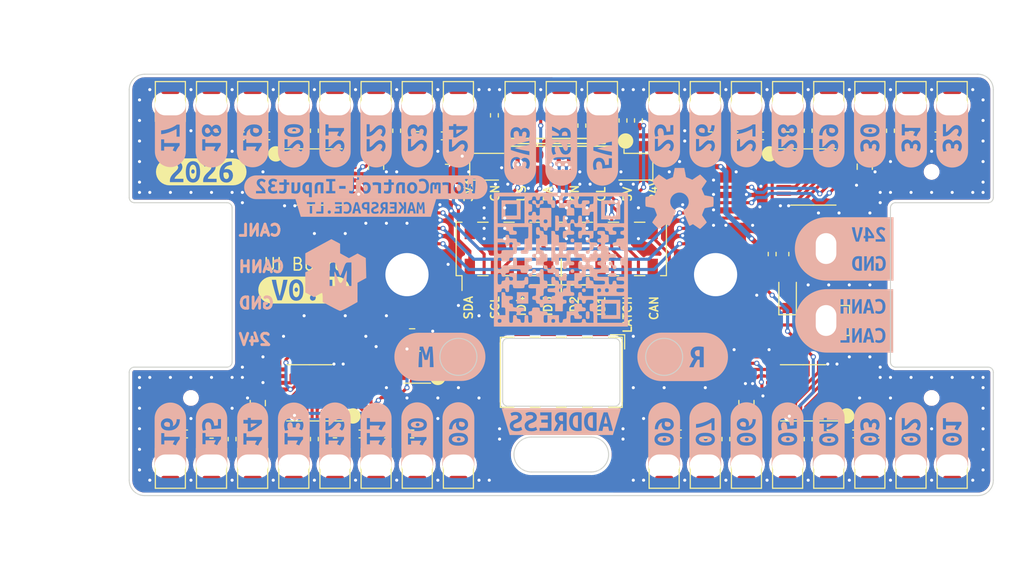
<source format=kicad_pcb>
(kicad_pcb (version 20211014) (generator pcbnew)
  (layers (0 "F.Cu" signal) (1 "In1.Cu" signal) (2 "In2.Cu" signal) (31 "B.Cu" signal) (34 "B.Paste" user) (35 "F.Paste" user) (36 "B.SilkS" user "B.Silkscreen") (37 "F.SilkS" user "F.Silkscreen") (38 "B.Mask" user) (39 "F.Mask" user) (44 "Edge.Cuts" user))
  (net 0 "")
  (net 2 "3V3")
  (net 3 "GND")
  (net 4 "Net-(D102-Pad2)")
  (net 5 "5V")
  (net 6 "CAN_LED")
  (net 7 "USR_LED")
  (net 8 "Net-(D105-Pad2)")
  (net 9 "24V")
  (net 10 "Net-(D106-Pad2)")
  (net 11 "/driver1/Ar")
  (net 12 "/driver1/Cr")
  (net 13 "/driver1/Er")
  (net 14 "/driver1/Gr")
  (net 15 "/driver1/Br")
  (net 16 "/driver1/Dr")
  (net 17 "/driver1/Fr")
  (net 18 "/driver1/Hr")
  (net 19 "/driver2/Ar")
  (net 20 "/driver2/Cr")
  (net 21 "Net-(D103-Pad2)")
  (net 22 "/driver2/Er")
  (net 23 "Net-(D104-Pad2)")
  (net 24 "/driver2/Gr")
  (net 25 "/driver2/Br")
  (net 26 "/driver2/Dr")
  (net 27 "/driver2/Fr")
  (net 28 "/driver2/Hr")
  (net 29 "/driver3/Ar")
  (net 30 "/driver3/Cr")
  (net 31 "/driver3/Er")
  (net 32 "/driver3/Gr")
  (net 33 "/driver3/Br")
  (net 34 "/driver3/Dr")
  (net 35 "/driver3/Fr")
  (net 36 "/driver3/Hr")
  (net 37 "/driver4/Ar")
  (net 38 "/driver4/Cr")
  (net 39 "/driver4/Er")
  (net 40 "/driver4/Gr")
  (net 41 "/driver4/Br")
  (net 42 "/driver4/Dr")
  (net 43 "/driver4/Fr")
  (net 44 "/driver4/Hr")
  (net 45 "SDA")
  (net 46 "SCL")
  (net 47 "ID4")
  (net 48 "ID3")
  (net 49 "DATA")
  (net 50 "ID2")
  (net 51 "ID1")
  (net 52 "CLOCK")
  (net 53 "LATCH")
  (net 54 "/driver1/A")
  (net 55 "/driver1/C")
  (net 56 "/driver1/E")
  (net 57 "/driver1/G")
  (net 58 "/driver1/B")
  (net 59 "/driver1/D")
  (net 60 "/driver1/F")
  (net 61 "/driver1/H")
  (net 62 "/driver2/A")
  (net 63 "/driver2/C")
  (net 64 "/driver2/E")
  (net 65 "/driver2/G")
  (net 66 "/driver2/B")
  (net 67 "/driver2/D")
  (net 68 "/driver2/F")
  (net 69 "/driver2/H")
  (net 70 "/driver3/A")
  (net 71 "/driver3/C")
  (net 72 "/driver3/E")
  (net 73 "/driver3/G")
  (net 74 "/driver3/B")
  (net 75 "/driver3/D")
  (net 76 "Net-(D101-Pad2)")
  (net 77 "/driver3/F")
  (net 78 "/driver3/H")
  (net 79 "/driver4/A")
  (net 80 "/driver4/C")
  (net 81 "/driver4/E")
  (net 82 "/driver4/G")
  (net 83 "/driver4/B")
  (net 84 "/driver4/D")
  (net 85 "/driver4/F")
  (net 86 "/driver4/H")
  (net 87 "/data_1")
  (net 88 "/data_2")
  (net 89 "/data_3")
  (net 90 "/driver4/DATA_OUT")
  (net 91 "Net-(R102-Pad1)")
  (footprint "-local:SW_DIP_SPSTx04_Slide_6.2x11.16mm_P2.54mm" (layer "F.Cu") (at 168.2625 99.5375 -90)
    (fp_text reference "SW101" hide)
    (fp_text value "SW_DIP_x04")
  )
  (footprint "-local:LED_1206_3216Metric_ReverseMount" (layer "F.Cu") (at 186.2625 73.5375 -90)
    (fp_text reference "D502" hide)
    (fp_text value "RED")
  )
  (footprint "-local:LED_1206_3216Metric_ReverseMount" (layer "F.Cu") (at 154.2625 73.5375 -90)
    (fp_text reference "D404" hide)
    (fp_text value "RED")
  )
  (footprint "-local:toolhole" (layer "F.Cu") (at 204.2625 102.0375)
    (fp_text reference "REF**" hide)
    (fp_text value "toolhole" hide)
  )
  (footprint "Capacitor_SMD:C_0805_2012Metric_Pad1.18x1.45mm_HandSolder" (layer "F.Cu") (at 197.7625 79.5375 -90)
    (fp_text reference "C501" hide)
    (fp_text value "100n")
  )
  (footprint "-local:LED_1206_3216Metric_ReverseMount" (layer "F.Cu") (at 142.2625 108.5375 90)
    (fp_text reference "D303" hide)
    (fp_text value "RED")
  )
  (footprint "-local:LED_1206_3216Metric_ReverseMount" (layer "F.Cu") (at 194.2625 73.5375 -90)
    (fp_text reference "D503" hide)
    (fp_text value "RED")
  )
  (footprint "Resistor_SMD:R_0402_1005Metric_Pad0.72x0.64mm_HandSolder" (layer "F.Cu") (at 151.2625 105.5375 180)
    (fp_text reference "R305" hide)
    (fp_text value "220R")
  )
  (footprint "-local:LED_1206_3216Metric_ReverseMount" (layer "F.Cu") (at 138.2625 108.5375 90)
    (fp_text reference "D307" hide)
    (fp_text value "RED")
  )
  (footprint "-local:LED_1206_3216Metric_ReverseMount" (layer "F.Cu") (at 158.2625 108.5375 90)
    (fp_text reference "D301" hide)
    (fp_text value "RED")
  )
  (footprint "Resistor_SMD:R_0402_1005Metric_Pad0.72x0.64mm_HandSolder" (layer "F.Cu") (at 137.2625 76.5375)
    (fp_text reference "R405" hide)
    (fp_text value "220R")
  )
  (footprint "Resistor_SMD:R_0402_1005Metric_Pad0.72x0.64mm_HandSolder" (layer "F.Cu") (at 134.7625 76.5375)
    (fp_text reference "R401" hide)
    (fp_text value "220R")
  )
  (footprint "Resistor_SMD:R_0402_1005Metric_Pad0.72x0.64mm_HandSolder" (layer "F.Cu") (at 185.2625 76.5375)
    (fp_text reference "R505" hide)
    (fp_text value "220R")
  )
  (footprint "Package_TO_SOT_SMD:SOT-23-6" (layer "F.Cu") (at 153.7625 99.0375 180)
    (fp_text reference "U101" hide)
    (fp_text value "GX101")
  )
  (footprint "Resistor_SMD:R_0402_1005Metric_Pad0.72x0.64mm_HandSolder" (layer "F.Cu") (at 190.7625 88.0375 -90)
    (fp_text reference "R101" hide)
    (fp_text value "47k")
  )
  (footprint "-local:LED_1206_3216Metric_ReverseMount" (layer "F.Cu") (at 182.2625 108.5375 90)
    (fp_text reference "D204" hide)
    (fp_text value "RED")
  )
  (footprint "-local:LED_1206_3216Metric_ReverseMount" (layer "F.Cu") (at 202.2625 108.5375 90)
    (fp_text reference "D205" hide)
    (fp_text value "RED")
  )
  (footprint "-local:LED_1206_3216Metric_ReverseMount" (layer "F.Cu") (at 178.2625 73.5375 -90)
    (fp_text reference "D501" hide)
    (fp_text value "RED")
  )
  (footprint "Resistor_SMD:R_0402_1005Metric_Pad0.72x0.64mm_HandSolder" (layer "F.Cu") (at 182.7625 76.5375)
    (fp_text reference "R501" hide)
    (fp_text value "220R")
  )
  (footprint "-local:LED_1206_3216Metric_ReverseMount" (layer "F.Cu") (at 206.2625 108.5375 90)
    (fp_text reference "D201" hide)
    (fp_text value "RED")
  )
  (footprint "Resistor_SMD:R_0402_1005Metric_Pad0.72x0.64mm_HandSolder" (layer "F.Cu") (at 201.7625 105.5375 180)
    (fp_text reference "R201" hide)
    (fp_text value "220R")
  )
  (footprint "-local:LED_1206_3216Metric_ReverseMount" (layer "F.Cu") (at 190.2625 73.5375 -90)
    (fp_text reference "D506" hide)
    (fp_text value "RED")
  )
  (footprint "-local:LED_1206_3216Metric_ReverseMount" (layer "F.Cu") (at 150.2625 73.5375 -90)
    (fp_text reference "D407" hide)
    (fp_text value "RED")
  )
  (footprint "Capacitor_SMD:C_0805_2012Metric_Pad1.18x1.45mm_HandSolder" (layer "F.Cu") (at 150.2625 79.5375 -90)
    (fp_text reference "C401" hide)
    (fp_text value "100n")
  )
  (footprint "Package_SO:TSSOP-16_4.4x5mm_P0.65mm" (layer "F.Cu") (at 144.7625 80.5375)
    (fp_text reference "U401" hide)
    (fp_text value "74HC595")
  )
  (footprint "Resistor_SMD:R_0402_1005Metric_Pad0.72x0.64mm_HandSolder" (layer "F.Cu") (at 142.2625 76.5375)
    (fp_text reference "R406" hide)
    (fp_text value "220R")
  )
  (footprint "-local:LED_1206_3216Metric_ReverseMount" (layer "F.Cu") (at 142.2625 73.5375 -90)
    (fp_text reference "D406" hide)
    (fp_text value "RED")
  )
  (footprint "-local:LED_1206_3216Metric_ReverseMount" (layer "F.Cu") (at 198.2625 108.5375 90)
    (fp_text reference "D202" hide)
    (fp_text value "RED")
  )
  (footprint "Resistor_SMD:R_0402_1005Metric_Pad0.72x0.64mm_HandSolder" (layer "F.Cu") (at 196.7625 105.5375 180)
    (fp_text reference "R202" hide)
    (fp_text value "220R")
  )
  (footprint "Resistor_SMD:R_0402_1005Metric_Pad0.72x0.64mm_HandSolder" (layer "F.Cu") (at 131.7625 105.5375)
    (fp_text reference "R308" hide)
    (fp_text value "220R")
  )
  (footprint "-local:LED_1206_3216Metric_ReverseMount" (layer "F.Cu") (at 178.2625 108.5375 90)
    (fp_text reference "D208" hide)
    (fp_text value "RED")
  )
  (footprint "Resistor_SMD:R_0402_1005Metric_Pad0.72x0.64mm_HandSolder" (layer "F.Cu") (at 192.2625 106.0375 90)
    (fp_text reference "R203" hide)
    (fp_text value "220R")
  )
  (footprint "Connector_PinHeader_2.54mm:PinHeader_2x08_P2.54mm_Vertical_SMD" (layer "F.Cu") (at 168.2625 87.5375 90)
    (fp_text reference "J101" hide)
    (fp_text value "Front")
  )
  (footprint "Resistor_SMD:R_0402_1005Metric_Pad0.72x0.64mm_HandSolder" (layer "F.Cu") (at 204.7625 76.5375 180)
    (fp_text reference "R508" hide)
    (fp_text value "220R")
  )
  (footprint "Resistor_SMD:R_0402_1005Metric_Pad0.72x0.64mm_HandSolder" (layer "F.Cu") (at 134.2625 105.5675)
    (fp_text reference "R304" hide)
    (fp_text value "220R")
  )
  (footprint "Capacitor_SMD:C_0805_2012Metric_Pad1.18x1.45mm_HandSolder" (layer "F.Cu") (at 138.7625 102.5375 90)
    (fp_text reference "C301" hide)
    (fp_text value "100n")
  )
  (footprint "-local:LED_1206_3216Metric_ReverseMount" (layer "F.Cu") (at 138.2625 73.5375 -90)
    (fp_text reference "D402" hide)
    (fp_text value "RED")
  )
  (footprint "Diode_SMD:D_SOD-323_HandSoldering" (layer "F.Cu") (at 190.2625 92.0375 90)
    (fp_text reference "D106" hide)
    (fp_text value "6V8")
  )
  (footprint "Package_SO:TSSOP-16_4.4x5mm_P0.65mm" (layer "F.Cu") (at 191.7625 101.5375 180)
    (fp_text reference "U201" hide)
    (fp_text value "74HC595")
  )
  (footprint "-local:LED_1206_3216Metric_ReverseMount" (layer "F.Cu") (at 186.2625 108.5375 90)
    (fp_text reference "D207" hide)
    (fp_text value "RED")
  )
  (footprint "-local:LED_1206_3216Metric_ReverseMount" (layer "F.Cu") (at 194.2625 108.5375 90)
    (fp_text reference "D206" hide)
    (fp_text value "RED")
  )
  (footprint "-local:LED_1206_3216Metric_ReverseMount" (layer "F.Cu") (at 134.2625 108.5375 90)
    (fp_text reference "D304" hide)
    (fp_text value "RED")
  )
  (footprint "-local:LED_1206_3216Metric_ReverseMount" (layer "F.Cu") (at 130.2625 73.5375 -90)
    (fp_text reference "D401" hide)
    (fp_text value "RED")
  )
  (footprint "-local:LED_1206_3216Metric_ReverseMount" (layer "F.Cu") (at 146.2625 108.5375 90)
    (fp_text reference "D306" hide)
    (fp_text value "RED")
  )
  (footprint "Resistor_SMD:R_0402_1005Metric_Pad0.72x0.64mm_HandSolder" (layer "F.Cu") (at 202.2625 76.5075 180)
    (fp_text reference "R504" hide)
    (fp_text value "220R")
  )
  (footprint "-local:LED_1206_3216Metric_ReverseMount" (layer "F.Cu") (at 134.2625 73.5375 -90)
    (fp_text reference "D405" hide)
    (fp_text value "RED")
  )
  (footprint "-local:post_m3x12.5mm" (layer "F.Cu") (at 183.2625 90.0375)
    (fp_text reference "H101" hide)
    (fp_text value "thread")
  )
  (footprint "-local:LED_1206_3216Metric_ReverseMount" (layer "F.Cu") (at 190.2625 108.5375 90)
    (fp_text reference "D203" hide)
    (fp_text value "RED")
  )
  (footprint "-local:LED_1206_3216Metric_ReverseMount" (layer "F.Cu") (at 206.2625 73.5375 -90)
    (fp_text reference "D508" hide)
    (fp_text value "RED")
  )
  (footprint "Resistor_SMD:R_0402_1005Metric_Pad0.72x0.64mm_HandSolder" (layer "F.Cu") (at 153.7625 105.5375 180)
    (fp_text reference "R301" hide)
    (fp_text value "220R")
  )
  (footprint "Resistor_SMD:R_0402_1005Metric_Pad0.72x0.64mm_HandSolder" (layer "F.Cu") (at 144.2625 106.0375 90)
    (fp_text reference "R303" hide)
    (fp_text value "220R")
  )
  (footprint "Resistor_SMD:R_0402_1005Metric_Pad0.72x0.64mm_HandSolder" (layer "F.Cu") (at 152.2625 76.0375 -90)
    (fp_text reference "R407" hide)
    (fp_text value "220R")
  )
  (footprint "-local:AFC11-S24ICC-00" (layer "F.Cu") (at 168.2625 79.5375 180)
    (fp_text reference "J102" hide)
    (fp_text value "FFC")
  )
  (footprint "Capacitor_SMD:C_0805_2012Metric_Pad1.18x1.45mm_HandSolder" (layer "F.Cu") (at 157.2625 80.0375)
    (fp_text reference "C102" hide)
    (fp_text value "22u/25v")
  )
  (footprint "-local:LED_1206_3216Metric_ReverseMount" (layer "F.Cu") (at 172.2625 73.5375 -90)
    (fp_text reference "D102" hide)
    (fp_text value "RED")
  )
  (footprint "-local:LED_1206_3216Metric_ReverseMount" (layer "F.Cu") (at 194 94.5 180)
    (fp_text reference "D104" hide)
    (fp_text value "RED")
  )
  (footprint "-local:LED_1206_3216Metric_ReverseMount" (layer "F.Cu") (at 154.2625 108.5375 90)
    (fp_text reference "D305" hide)
    (fp_text value "RED")
  )
  (footprint "Resistor_SMD:R_0402_1005Metric_Pad0.72x0.64mm_HandSolder" (layer "F.Cu") (at 194.2625 105.5375 180)
    (fp_text reference "R206" hide)
    (fp_text value "220R")
  )
  (footprint "Package_SO:TSSOP-16_4.4x5mm_P0.65mm" (layer "F.Cu") (at 192.7625 80.5375)
    (fp_text reference "U501" hide)
    (fp_text value "74HC595")
  )
  (footprint "Resistor_SMD:R_0402_1005Metric_Pad0.72x0.64mm_HandSolder" (layer "F.Cu") (at 190.2625 76.5375)
    (fp_text reference "R506" hide)
    (fp_text value "220R")
  )
  (footprint "-local:LED_1206_3216Metric_ReverseMount" (layer "F.Cu") (at 198.2625 73.5375 -90)
    (fp_text reference "D507" hide)
    (fp_text value "RED")
  )
  (footprint "-local:LED_1206_3216Metric_ReverseMount" (layer "F.Cu") (at 182.2625 73.5375 -90)
    (fp_text reference "D505" hide)
    (fp_text value "RED")
  )
  (footprint "-local:LED_1206_3216Metric_ReverseMount" (layer "F.Cu") (at 130.2625 108.5375 90)
    (fp_text reference "D308" hide)
    (fp_text value "RED")
  )
  (footprint "-local:LED_1206_3216Metric_ReverseMount" (layer "F.Cu") (at 158.2625 73.5375 -90)
    (fp_text reference "D408" hide)
    (fp_text value "RED")
  )
  (footprint "-local:toolhole" (layer "F.Cu") (at 204.2625 80.0375)
    (fp_text reference "REF**" hide)
    (fp_text value "toolhole" hide)
  )
  (footprint "Resistor_SMD:R_0402_1005Metric_Pad0.72x0.64mm_HandSolder" (layer "F.Cu") (at 156.7625 76.5375 180)
    (fp_text reference "R408" hide)
    (fp_text value "220R")
  )
  (footprint "Resistor_SMD:R_0402_1005Metric_Pad0.72x0.64mm_HandSolder" (layer "F.Cu") (at 188.7625 88.0375 -90)
    (fp_text reference "R104" hide)
    (fp_text value "4k7")
  )
  (footprint "-local:LED_1206_3216Metric_ReverseMount" (layer "F.Cu") (at 146.2625 73.5375 -90)
    (fp_text reference "D403" hide)
    (fp_text value "RED")
  )
  (footprint "-local:LED_1206_3216Metric_ReverseMount" (layer "F.Cu") (at 150.2625 108.5375 90)
    (fp_text reference "D302" hide)
    (fp_text value "RED")
  )
  (footprint "Resistor_SMD:R_0402_1005Metric_Pad0.72x0.64mm_HandSolder" (layer "F.Cu") (at 148.7625 105.5375 180)
    (fp_text reference "R302" hide)
    (fp_text value "220R")
  )
  (footprint "Resistor_SMD:R_0402_1005Metric_Pad0.72x0.64mm_HandSolder" (layer "F.Cu") (at 184.2625 106.0375 90)
    (fp_text reference "R207" hide)
    (fp_text value "220R")
  )
  (footprint "Resistor_SMD:R_0402_1005Metric_Pad0.72x0.64mm_HandSolder" (layer "F.Cu") (at 136.2625 106.0375 90)
    (fp_text reference "R307" hide)
    (fp_text value "220R")
  )
  (footprint "Resistor_SMD:R_0402_1005Metric_Pad0.72x0.64mm_HandSolder" (layer "F.Cu") (at 146.2625 105.5375 180)
    (fp_text reference "R306" hide)
    (fp_text value "220R")
  )
  (footprint "-local:toolhole" (layer "F.Cu") (at 132.2625 102.0375)
    (fp_text reference "REF**" hide)
    (fp_text value "toolhole" hide)
  )
  (footprint "-local:LED_1206_3216Metric_ReverseMount" (layer "F.Cu") (at 194 87.5 180)
    (fp_text reference "D101" hide)
    (fp_text value "RED")
  )
  (footprint "Resistor_SMD:R_0402_1005Metric_Pad0.72x0.64mm_HandSolder" (layer "F.Cu") (at 200.2625 76.0375 -90)
    (fp_text reference "R507" hide)
    (fp_text value "220R")
  )
  (footprint "Capacitor_SMD:C_0805_2012Metric_Pad1.18x1.45mm_HandSolder" (layer "F.Cu") (at 186.2625 102.5375 90)
    (fp_text reference "C201" hide)
    (fp_text value "100n")
  )
  (footprint "Resistor_SMD:R_0402_1005Metric_Pad0.72x0.64mm_HandSolder" (layer "F.Cu") (at 199.2625 105.5375 180)
    (fp_text reference "R205" hide)
    (fp_text value "220R")
  )
  (footprint "kibuzzard-69816F1E" (layer "F.Cu") (at 143.2625 91.5375)
    (fp_text reference "kibuzzard-69816F1E" hide)
    (fp_text value "G***" hide)
  )
  (footprint "Resistor_SMD:R_0402_1005Metric_Pad0.72x0.64mm_HandSolder" (layer "F.Cu") (at 182.2625 105.5675)
    (fp_text reference "R204" hide)
    (fp_text value "220R")
  )
  (footprint "-local:post_m3x12.5mm" (layer "F.Cu") (at 153.2625 90.0375)
    (fp_text reference "H102" hide)
    (fp_text value "thread")
  )
  (footprint "Resistor_SMD:R_0402_1005Metric_Pad0.72x0.64mm_HandSolder" (layer "F.Cu") (at 139.7625 76.5375)
    (fp_text reference "R402" hide)
    (fp_text value "220R")
  )
  (footprint "-local:LED_1206_3216Metric_ReverseMount" (layer "F.Cu") (at 202.2625 73.5375 -90)
    (fp_text reference "D504" hide)
    (fp_text value "RED")
  )
  (footprint "Resistor_SMD:R_0402_1005Metric_Pad0.72x0.64mm_HandSolder" (layer "F.Cu") (at 175.7625 75.0375 90)
    (fp_text reference "R106" hide)
    (fp_text value "4k7")
  )
  (footprint "Package_SO:TSSOP-16_4.4x5mm_P0.65mm" (layer "F.Cu") (at 143.7625 101.5375 180)
    (fp_text reference "U301" hide)
    (fp_text value "74HC595")
  )
  (footprint "Capacitor_SMD:C_0805_2012Metric_Pad1.18x1.45mm_HandSolder" (layer "F.Cu") (at 153.7625 96.0375)
    (fp_text reference "C101" hide)
    (fp_text value "100n")
  )
  (footprint "-local:LED_1206_3216Metric_ReverseMount" (layer "F.Cu") (at 164.2625 73.5375 -90)
    (fp_text reference "D103" hide)
    (fp_text value "RED")
  )
  (footprint "Resistor_SMD:R_0402_1005Metric_Pad0.72x0.64mm_HandSolder" (layer "F.Cu") (at 179.7625 105.5375)
    (fp_text reference "R208" hide)
    (fp_text value "220R")
  )
  (footprint "Resistor_SMD:R_0402_1005Metric_Pad0.72x0.64mm_HandSolder" (layer "F.Cu") (at 170.2625 75.5375 90)
    (fp_text reference "R105" hide)
    (fp_text value "4k7")
  )
  (footprint "Resistor_SMD:R_0402_1005Metric_Pad0.72x0.64mm_HandSolder" (layer "F.Cu") (at 187.7625 76.5375)
    (fp_text reference "R502" hide)
    (fp_text value "220R")
  )
  (footprint "-local:LED_1206_3216Metric_ReverseMount" (layer "F.Cu") (at 168.2625 73.5375 -90)
    (fp_text reference "D105" hide)
    (fp_text value "RED")
  )
  (footprint "Resistor_SMD:R_0402_1005Metric_Pad0.72x0.64mm_HandSolder" (layer "F.Cu") (at 174.2625 75.0375 -90)
    (fp_text reference "R102" hide)
    (fp_text value "4k7")
  )
  (footprint "Resistor_SMD:R_0402_1005Metric_Pad0.72x0.64mm_HandSolder" (layer "F.Cu") (at 161.7625 74.5375 90)
    (fp_text reference "R103" hide)
    (fp_text value "4k7")
  )
  (footprint "Resistor_SMD:R_0402_1005Metric_Pad0.72x0.64mm_HandSolder" (layer "F.Cu") (at 144.2625 76.0375 -90)
    (fp_text reference "R403" hide)
    (fp_text value "220R")
  )
  (footprint "kibuzzard-698182EE" (layer "F.Cu") (at 133.2625 80.0375)
    (fp_text reference "kibuzzard-698182EE" hide)
    (fp_text value "G***" hide)
  )
  (footprint "Resistor_SMD:R_0402_1005Metric_Pad0.72x0.64mm_HandSolder" (layer "F.Cu") (at 154.2625 76.5075 180)
    (fp_text reference "R404" hide)
    (fp_text value "220R")
  )
  (footprint "Resistor_SMD:R_0402_1005Metric_Pad0.72x0.64mm_HandSolder" (layer "F.Cu") (at 192.2625 76.0375 -90)
    (fp_text reference "R503" hide)
    (fp_text value "220R")
  )
  (footprint "kibuzzard-69898298" (layer "B.Cu") (at 149.2625 83.5375 180)
    (fp_text reference "kibuzzard-69898298" hide)
    (fp_text value "G***" hide)
  )
  (footprint "kibuzzard-69818826" (layer "B.Cu") (at 146.2625 105.5375 90)
    (fp_text reference "kibuzzard-69818826" hide)
    (fp_text value "G***" hide)
  )
  (footprint "kibuzzard-6981888C" (layer "B.Cu") (at 206.2625 105.5375 90)
    (fp_text reference "kibuzzard-6981888C" hide)
    (fp_text value "G***" hide)
  )
  (footprint "kibuzzard-698187D5" (layer "B.Cu") (at 202.2625 76.5375 90)
    (fp_text reference "kibuzzard-698187D5" hide)
    (fp_text value "G***" hide)
  )
  (footprint "Symbol:OSHW-Symbol_6.7x6mm_SilkScreen" (layer "B.Cu") (at 179.7625 82.6375 180)
    (fp_text reference "G101" hide)
    (fp_text value "Logo_Open_Hardware_Large" hide)
  )
  (footprint "kibuzzard-6981864B" (layer "B.Cu") (at 138.2625 76.5375 90)
    (fp_text reference "kibuzzard-6981864B" hide)
    (fp_text value "G***" hide)
  )
  (footprint "-local:logo_kms_small_silkscreen" (layer "B.Cu") (at 146.7625 90.0375 180)
    (fp_text reference "G102" hide)
    (fp_text value "LOGO_KMS" hide)
  )
  (footprint "kibuzzard-69818938" (layer "B.Cu") (at 172.2625 77.5375 90)
    (fp_text reference "kibuzzard-69818938" hide)
    (fp_text value "G***" hide)
  )
  (footprint "kibuzzard-69818664" (layer "B.Cu") (at 146.2625 76.5375 90)
    (fp_text reference "kibuzzard-69818664" hide)
    (fp_text value "G***" hide)
  )
  (footprint "kibuzzard-6981884A" (layer "B.Cu") (at 178.2625 105.5375 90)
    (fp_text reference "kibuzzard-6981884A" hide)
    (fp_text value "G***" hide)
  )
  (footprint "kibuzzard-698187BF" (layer "B.Cu") (at 190.2625 76.5375 90)
    (fp_text reference "kibuzzard-698187BF" hide)
    (fp_text value "G***" hide)
  )
  (footprint "kibuzzard-69898103" (layer "B.Cu") (at 149.2625 81.5375 180)
    (fp_text reference "kibuzzard-69898103" hide)
    (fp_text value "G***" hide)
  )
  (footprint "kibuzzard-6981865C" (layer "B.Cu") (at 142.2625 76.5375 90)
    (fp_text reference "kibuzzard-6981865C" hide)
    (fp_text value "G***" hide)
  )
  (footprint "kibuzzard-698187B1" (layer "B.Cu") (at 182.2625 76.5375 90)
    (fp_text reference "kibuzzard-698187B1" hide)
    (fp_text value "G***" hide)
  )
  (footprint "kibuzzard-69818879" (layer "B.Cu") (at 198.2625 105.5375 90)
    (fp_text reference "kibuzzard-69818879" hide)
    (fp_text value "G***" hide)
  )
  (footprint "kibuzzard-6981866B" (layer "B.Cu") (at 150.2625 76.5375 90)
    (fp_text reference "kibuzzard-6981866B" hide)
    (fp_text value "G***" hide)
  )
  (footprint "kibuzzard-69818671" (layer "B.Cu") (at 154.2625 76.5375 90)
    (fp_text reference "kibuzzard-69818671" hide)
    (fp_text value "G***" hide)
  )
  (footprint "kibuzzard-6981883F" (layer "B.Cu") (at 158.2625 105.5375 90)
    (fp_text reference "kibuzzard-6981883F" hide)
    (fp_text value "G***" hide)
  )
  (footprint "kibuzzard-69823DDF" (layer "B.Cu") (at 195.7625 94.5375 180)
    (fp_text reference "kibuzzard-69823DDF" hide)
    (fp_text value "G***" hide)
  )
  (footprint "kibuzzard-698188F7" (layer "B.Cu") (at 168.2625 77.5375 90)
    (fp_text reference "kibuzzard-698188F7" hide)
    (fp_text value "G***" hide)
  )
  (footprint "kibuzzard-69818645" (layer "B.Cu") (at 134.2625 76.5375 90)
    (fp_text reference "kibuzzard-69818645" hide)
    (fp_text value "G***" hide)
  )
  (footprint "kibuzzard-6981885A" (layer "B.Cu") (at 186.2625 105.5375 90)
    (fp_text reference "kibuzzard-6981885A" hide)
    (fp_text value "G***" hide)
  )
  (footprint "kibuzzard-69818678" (layer "B.Cu") (at 158.2625 76.5375 90)
    (fp_text reference "kibuzzard-69818678" hide)
    (fp_text value "G***" hide)
  )
  (footprint "kibuzzard-698187FC" (layer "B.Cu") (at 134.2625 105.5375 90)
    (fp_text reference "kibuzzard-698187FC" hide)
    (fp_text value "G***" hide)
  )
  (footprint "kibuzzard-69818852" (layer "B.Cu") (at 182.2625 105.5375 90)
    (fp_text reference "kibuzzard-69818852" hide)
    (fp_text value "G***" hide)
  )
  (footprint "kibuzzard-69818775" (layer "B.Cu") (at 180.0625 98.0375 180)
    (fp_text reference "kibuzzard-69818775" hide)
    (fp_text value "G***" hide)
  )
  (footprint "kibuzzard-6981881E" (layer "B.Cu") (at 142.2625 105.5375 90)
    (fp_text reference "kibuzzard-6981881E" hide)
    (fp_text value "G***" hide)
  )
  (footprint "kibuzzard-69818883" (layer "B.Cu") (at 202.2625 105.5375 90)
    (fp_text reference "kibuzzard-69818883" hide)
    (fp_text value "G***" hide)
  )
  (footprint "kibuzzard-69818864" (layer "B.Cu") (at 190.2625 105.5375 90)
    (fp_text reference "kibuzzard-69818864" hide)
    (fp_text value "G***" hide)
  )
  (footprint "kibuzzard-69818805" (layer "B.Cu") (at 138.2625 105.5375 90)
    (fp_text reference "kibuzzard-69818805" hide)
    (fp_text value "G***" hide)
  )
  (footprint "kibuzzard-69823DD0" (layer "B.Cu") (at 195.7625 87.5375 180)
    (fp_text reference "kibuzzard-69823DD0" hide)
    (fp_text value "G***" hide)
  )
  (footprint "kibuzzard-6981886F" (layer "B.Cu") (at 194.2625 105.5375 90)
    (fp_text reference "kibuzzard-6981886F" hide)
    (fp_text value "G***" hide)
  )
  (footprint "kibuzzard-698187E9" (layer "B.Cu") (at 130.2625 105.5375 90)
    (fp_text reference "kibuzzard-698187E9" hide)
    (fp_text value "G***" hide)
  )
  (footprint "kibuzzard-698187C6" (layer "B.Cu") (at 194.2625 76.5375 90)
    (fp_text reference "kibuzzard-698187C6" hide)
    (fp_text value "G***" hide)
  )
  (footprint "kibuzzard-69818740" (layer "B.Cu") (at 156.4625 98.0375 180)
    (fp_text reference "kibuzzard-69818740" hide)
    (fp_text value "G***" hide)
  )
  (footprint "-local:qr" (layer "B.Cu") (at 168.2625 88.5375 180)
    (fp_text reference "G***" hide)
    (fp_text value "LOGO" hide)
  )
  (footprint "kibuzzard-698187CD" (layer "B.Cu") (at 198.2625 76.5375 90)
    (fp_text reference "kibuzzard-698187CD" hide)
    (fp_text value "G***" hide)
  )
  (footprint "kibuzzard-69818837" (layer "B.Cu") (at 154.2625 105.5375 90)
    (fp_text reference "kibuzzard-69818837" hide)
    (fp_text value "G***" hide)
  )
  (footprint "kibuzzard-69818905" (layer "B.Cu") (at 164.2625 77.5375 90)
    (fp_text reference "kibuzzard-69818905" hide)
    (fp_text value "G***" hide)
  )
  (footprint "kibuzzard-698187A9" (layer "B.Cu") (at 178.2625 76.5375 90)
    (fp_text reference "kibuzzard-698187A9" hide)
    (fp_text value "G***" hide)
  )
  (footprint "kibuzzard-698187DB" (layer "B.Cu") (at 206.2625 76.5375 90)
    (fp_text reference "kibuzzard-698187DB" hide)
    (fp_text value "G***" hide)
  )
  (footprint "kibuzzard-6981882E" (layer "B.Cu") (at 150.2625 105.5375 90)
    (fp_text reference "kibuzzard-6981882E" hide)
    (fp_text value "G***" hide)
  )
  (footprint "kibuzzard-698185E1" (layer "B.Cu") (at 130.2625 76.5375 90)
    (fp_text reference "kibuzzard-698185E1" hide)
    (fp_text value "G***" hide)
  )
  (footprint "kibuzzard-698187B8" (layer "B.Cu") (at 186.2625 76.5375 90)
    (fp_text reference "kibuzzard-698187B8" hide)
    (fp_text value "G***" hide)
  )
  (footprint "kibuzzard-67993A27" (layer "B.Cu") (at 168.2625 104.3375 180)
    (fp_text reference "kibuzzard-67993A27" hide)
    (fp_text value "G***" hide)
  )
  (gr_line (start 173.5125 77.5375) (end 173.5125 76.7875) (layer "F.SilkS") (width 0.15))
  (gr_line (start 164.0125 77.2875) (end 164.0125 76.7875) (layer "F.SilkS") (width 0.15))
  (gr_line (start 168.2625 88.5375) (end 168.2625 93.5375) (layer "F.SilkS") (width 0.15))
  (gr_line (start 164.0125 76.7875) (end 163.0125 76.7875) (layer "F.SilkS") (width 0.15))
  (gr_line (start 164.5125 76.7875) (end 172.0125 76.7875) (layer "F.SilkS") (width 0.15))
  (gr_circle (center 188.5125 78.2875) (end 188.512501 78.2875) (layer "F.SilkS") (width 0.75) (fill none))
  (gr_line (start 163.0125 77.5375) (end 173.5125 77.5375) (layer "F.SilkS") (width 0.15))
  (gr_line (start 173.5125 76.7875) (end 172.5125 76.7875) (layer "F.SilkS") (width 0.15))
  (gr_line (start 172.5125 77.2875) (end 164.0125 77.2875) (layer "F.SilkS") (width 0.15))
  (gr_circle (center 148.0125 103.7875) (end 148.012501 103.7875) (layer "F.SilkS") (width 0.75) (fill none))
  (gr_circle (center 140.5125 78.2875) (end 140.512501 78.2875) (layer "F.SilkS") (width 0.75) (fill none))
  (gr_line (start 171.2625 91.0375) (end 165.2625 91.0375) (layer "F.SilkS") (width 0.15))
  (gr_line (start 163.0125 76.7875) (end 163.0125 77.5375) (layer "F.SilkS") (width 0.15))
  (gr_circle (center 174.5125 77.0375) (end 174.512501 77.0375) (layer "F.SilkS") (width 0.75) (fill none))
  (gr_circle (center 156.2625 100.0375) (end 156.262501 100.0375) (layer "F.SilkS") (width 0.75) (fill none))
  (gr_circle (center 196.0125 103.7875) (end 196.012501 103.7875) (layer "F.SilkS") (width 0.75) (fill none))
  (gr_line (start 172.5125 76.7875) (end 172.5125 77.2875) (layer "F.SilkS") (width 0.15))
  (gr_arc (start 126.2625 72.0375) (mid 126.70184 70.97684) (end 127.7625 70.5375) (layer "Edge.Cuts") (width 0.1))
  (gr_arc (start 171.1625 105.8375) (mid 172.865525 107.5375) (end 171.1625 109.2375) (layer "Edge.Cuts") (width 0.1))
  (gr_line locked (start 173.4625 102.8375) (end 163.0625 102.8375) (layer "Edge.Cuts") (width 0.1))
  (gr_arc (start 165.3625 109.2375) (mid 163.659466 107.5375) (end 165.3625 105.8375) (layer "Edge.Cuts") (width 0.1))
  (gr_arc (start 208.7625 70.5375) (mid 209.82316 70.97684) (end 210.2625 72.0375) (layer "Edge.Cuts") (width 0.1))
  (gr_line (start 126.2625 99.5375) (end 126.2625 110.0375) (layer "Edge.Cuts") (width 0.1))
  (gr_line (start 208.2625 111.5375) (end 128.2625 111.5375) (layer "Edge.Cuts") (width 0.1))
  (gr_line (start 200.2625 98.5375) (end 200.2625 83.5375) (layer "Edge.Cuts") (width 0.1))
  (gr_line (start 200.7625 83.0375) (end 209.7625 83.0375) (layer "Edge.Cuts") (width 0.1))
  (gr_line (start 208.7625 70.5375) (end 127.7625 70.5375) (layer "Edge.Cuts") (width 0.1))
  (gr_circle (center 178.2625 98.0375) (end 178.2625 96.2375) (layer "Edge.Cuts") (width 0.1) (fill none))
  (gr_line locked (start 162.5625 102.3375) (end 162.5625 96.7375) (layer "Edge.Cuts") (width 0.1))
  (gr_arc locked (start 173.4625 96.2375) (mid 173.816053 96.383947) (end 173.9625 96.7375) (layer "Edge.Cuts") (width 0.1))
  (gr_line (start 209.7625 99.0375) (end 200.7625 99.0375) (layer "Edge.Cuts") (width 0.1))
  (gr_arc locked (start 162.5625 96.7375) (mid 162.708947 96.383947) (end 163.0625 96.2375) (layer "Edge.Cuts") (width 0.1))
  (gr_circle (center 158.2625 98.0375) (end 158.2625 96.2375) (layer "Edge.Cuts") (width 0.1) (fill none))
  (gr_arc (start 136.2625 98.5375) (mid 136.116053 98.891053) (end 135.7625 99.0375) (layer "Edge.Cuts") (width 0.1))
  (gr_arc locked (start 173.9625 102.3375) (mid 173.816053 102.691053) (end 173.4625 102.8375) (layer "Edge.Cuts") (width 0.1))
  (gr_line (start 165.3625 105.8375) (end 171.1625 105.8375) (layer "Edge.Cuts") (width 0.1))
  (gr_arc (start 200.7625 99.0375) (mid 200.408947 98.891053) (end 200.2625 98.5375) (layer "Edge.Cuts") (width 0.1))
  (gr_line (start 135.7625 99.0375) (end 126.7625 99.0375) (layer "Edge.Cuts") (width 0.1))
  (gr_arc (start 127.7625 111.5375) (mid 126.70184 111.09816) (end 126.2625 110.0375) (layer "Edge.Cuts") (width 0.1))
  (gr_line (start 210.2625 82.5375) (end 210.2625 72.0375) (layer "Edge.Cuts") (width 0.1))
  (gr_arc (start 126.7625 83.0375) (mid 126.408947 82.891053) (end 126.2625 82.5375) (layer "Edge.Cuts") (width 0.1))
  (gr_line (start 208.7625 111.5375) (end 208.2625 111.5375) (layer "Edge.Cuts") (width 0.1))
  (gr_line (start 171.1625 109.2375) (end 165.3625 109.2375) (layer "Edge.Cuts") (width 0.1))
  (gr_arc (start 126.2625 99.5375) (mid 126.408947 99.183947) (end 126.7625 99.0375) (layer "Edge.Cuts") (width 0.1))
  (gr_arc (start 200.2625 83.5375) (mid 200.408947 83.183947) (end 200.7625 83.0375) (layer "Edge.Cuts") (width 0.1))
  (gr_line locked (start 173.9625 96.7375) (end 173.9625 102.3375) (layer "Edge.Cuts") (width 0.1))
  (gr_arc (start 210.2625 110.0375) (mid 209.82316 111.09816) (end 208.7625 111.5375) (layer "Edge.Cuts") (width 0.1))
  (gr_line (start 136.2625 83.5375) (end 136.2625 98.5375) (layer "Edge.Cuts") (width 0.1))
  (gr_line (start 126.2625 72.0375) (end 126.2625 82.5375) (layer "Edge.Cuts") (width 0.1))
  (gr_arc (start 210.2625 82.5375) (mid 210.116053 82.891053) (end 209.7625 83.0375) (layer "Edge.Cuts") (width 0.1))
  (gr_arc (start 135.7625 83.0375) (mid 136.116053 83.183947) (end 136.2625 83.5375) (layer "Edge.Cuts") (width 0.1))
  (gr_line (start 210.2625 99.5375) (end 210.2625 110.0375) (layer "Edge.Cuts") (width 0.1))
  (gr_line locked (start 163.0625 96.2375) (end 173.4625 96.2375) (layer "Edge.Cuts") (width 0.1))
  (gr_line (start 127.7625 111.5375) (end 128.2625 111.5375) (layer "Edge.Cuts") (width 0.1))
  (gr_line (start 126.7625 83.0375) (end 135.7625 83.0375) (layer "Edge.Cuts") (width 0.1))
  (gr_arc locked (start 163.0625 102.8375) (mid 162.708947 102.691053) (end 162.5625 102.3375) (layer "Edge.Cuts") (width 0.1))
  (gr_arc (start 209.7625 99.0375) (mid 210.116053 99.183947) (end 210.2625 99.5375) (layer "Edge.Cuts") (width 0.1))
  (gr_text "CANL\n\nCANH\n\nGND\n\n24V" (at 136.7625 91.0375) (layer "B.SilkS") (effects (font (size 1.1 1.1) (thickness 0.275)) (justify right mirror)))
  (gr_text "3V3\n\nGN\n\nUS\n\nDA\n\nGN\n\nCL\n\n5V\n\n24V" (at 168.2625 83.0375 90) (layer "F.SilkS") (effects (font (size 0.8 0.8)) (justify left)))
  (gr_text "UI Board" (at 143.2625 89.0375) (layer "F.SilkS") (effects (font (size 1.2 1.2))))
  (gr_text "SDA\n\nSCL\n\nID4\n\nID3\n\nID2\n\nID1\n\nLATCH\n\nCAN" (at 168.2625 92.0375 90) (layer "F.SilkS") (effects (font (size 0.8 0.8)) (justify right)))
  (segment (start 153.2625 96.575) (end 152.725 96.0375) (width 0.3) (layer "F.Cu") (net 2))
  (segment (start 187.315656 100.0375) (end 185.7625 100.0375) (width 0.3) (layer "F.Cu") (net 2))
  (segment (start 140.9 103.8125) (end 139 103.8125) (width 0.3) (layer "F.Cu") (net 2))
  (segment (start 157.6875 82.0375) (end 158.2625 82.0375) (width 1) (layer "F.Cu") (net 2))
  (segment (start 193.2625 85.1375) (end 195.4625 85.1375) (width 0.3) (layer "F.Cu") (net 2))
  (segment (start 150.2625 78.5) (end 151.310787 78.5) (width 0.3) (layer "F.Cu") (net 2))
  (segment (start 159.3725 86.6475) (end 159.3725 85.0125) (width 0.3) (layer "F.Cu") (net 2))
  (segment (start 161.7625 75.135) (end 161.7625 76.8375) (width 0.3) (layer "F.Cu") (net 2))
  (segment (start 156.225 80) (end 156.225 80.0375) (width 0.3) (layer "F.Cu") (net 2))
  (segment (start 199.3625 79.788971) (end 199.3625 80.9375) (width 0.3) (layer "F.Cu") (net 2))
  (segment (start 149.225 79.5375) (end 150.2625 78.5) (width 0.3) (layer "F.Cu") (net 2))
  (segment (start 137.8 103.575) (end 137.1625 102.9375) (width 0.3) (layer "F.Cu") (net 2))
  (segment (start 192.7625 98.0375) (end 190.2625 95.5375) (width 0.3) (layer "F.Cu") (net 2))
  (segment (start 152.625 98.0875) (end 152.625 96.1375) (width 0.3) (layer "F.Cu") (net 2))
  (segment (start 187.2625 90.5375) (end 188.7625 92.0375) (width 0.3) (layer "F.Cu") (net 2))
  (segment (start 169.86 76.5375) (end 167.2625 76.5375) (width 0.5) (layer "F.Cu") (net 2))
  (segment (start 197.525 78.2625) (end 197.7625 78.5) (width 0.3) (layer "F.Cu") (net 2))
  (segment (start 187.961529 99.888685) (end 187.464471 99.888685) (width 0.3) (layer "F.Cu") (net 2))
  (segment (start 148.9625 79.5375) (end 149.225 79.5375) (width 0.3) (layer "F.Cu") (net 2))
  (segment (start 197.7625 78.5) (end 198.073529 78.5) (width 0.3) (layer "F.Cu") (net 2))
  (segment (start 195.4625 85.1375) (end 198.4375 82.1625) (width 0.3) (layer "F.Cu") (net 2))
  (segment (start 156.225 79.575) (end 156.225 80.575) (width 1) (layer "F.Cu") (net 2))
  (segment (start 187.985344 99.9125) (end 187.961529 99.888685) (width 0.3) (layer "F.Cu") (net 2))
  (segment (start 138.688972 99.9125) (end 140.9 99.9125) (width 0.3) (layer "F.Cu") (net 2))
  (segment (start 166.0125 78.4625) (end 165.0125 78.4625) (width 1) (layer "F.Cu") (net 2))
  (segment (start 150.025 78.2625) (end 150.2625 78.5) (width 0.3) (layer "F.Cu") (net 2))
  (segment (start 190.063972 86.0875) (end 192.3125 86.0875) (width 0.3) (layer "F.Cu") (net 2))
  (segment (start 190.432572 103.8125) (end 188.9 103.8125) (width 0.3) (layer "F.Cu") (net 2))
  (segment (start 166.0125 77.7875) (end 166.0125 78.4625) (width 0.5) (layer "F.Cu") (net 2))
  (segment (start 185.1875 102.5) (end 186.2625 103.575) (width 0.3) (layer "F.Cu") (net 2))
  (segment (start 151.310787 78.5) (end 151.548287 78.7375) (width 0.3) (layer "F.Cu") (net 2))
  (segment (start 154.025 94.7375) (end 157.4725 94.7375) (width 0.3) (layer "F.Cu") (net 2))
  (segment (start 192.3125 86.0875) (end 193.2625 85.1375) (width 0.3) (layer "F.Cu") (net 2))
  (segment (start 189.113972 87.0375) (end 190.063972 86.0875) (width 0.3) (layer "F.Cu") (net 2))
  (segment (start 151.548287 78.7375) (end 154.9625 78.7375) (width 0.3) (layer "F.Cu") (net 2))
  (segment (start 160.7625 91.4475) (end 160.7625 88.0375) (width 0.3) (layer "F.Cu") (net 2))
  (segment (start 152.725 96.0375) (end 154.025 94.7375) (width 0.3) (layer "F.Cu") (net 2))
  (segment (start 185.1875 100.6125) (end 185.1875 102.5) (width 0.3) (layer "F.Cu") (net 2))
  (segment (start 170.2625 76.135) (end 169.86 76.5375) (width 0.5) (layer "F.Cu") (net 2))
  (segment (start 187.2625 87.0375) (end 187.2625 90.5375) (width 0.3) (layer "F.Cu") (net 2))
  (segment (start 147.625 82.1625) (end 148.512 82.1625) (width 0.3) (layer "F.Cu") (net 2))
  (segment (start 198.4375 82.1625) (end 195.625 82.1625) (width 0.3) (layer "F.Cu") (net 2))
  (segment (start 166.0125 78.2875) (end 164.5625 76.8375) (width 1) (layer "F.Cu") (net 2))
  (segment (start 167.2625 76.5375) (end 166.0125 77.7875) (width 0.5) (layer "F.Cu") (net 2))
  (segment (start 187.464471 99.888685) (end 187.315656 100.0375) (width 0.3) (layer "F.Cu") (net 2))
  (segment (start 186.5 103.8125) (end 186.2625 103.575) (width 0.3) (layer "F.Cu") (net 2))
  (segment (start 199.3625 80.9375) (end 198.4375 81.8625) (width 0.3) (layer "F.Cu") (net 2))
  (segment (start 142.327079 103.731236) (end 142.245815 103.8125) (width 0.3) (layer "F.Cu") (net 2))
  (segment (start 150.7625 101.991661) (end 150.486161 102.268) (width 0.3) (layer "F.Cu") (net 2))
  (segment (start 158.9625 76.8375) (end 156.225 79.575) (width 1) (layer "F.Cu") (net 2))
  (segment (start 139 103.8125) (end 138.7625 103.575) (width 0.3) (layer "F.Cu") (net 2))
  (segment (start 198.073529 78.5) (end 199.3625 79.788971) (width 0.3) (layer "F.Cu") (net 2))
  (segment (start 153.2625 97.26875) (end 153.2625 96.575) (width 0.3) (layer "F.Cu") (net 2))
  (segment (start 188.7625 87.0375) (end 187.2625 87.0375) (width 0.5) (layer "F.Cu") (net 2))
  (segment (start 170.665 76.5375) (end 178.2625 76.5375) (width 0.5) (layer "F.Cu") (net 2))
  (segment (start 138.7625 103.575) (end 137.8 103.575) (width 0.3) (layer "F.Cu") (net 2))
  (segment (start 160.7625 88.0375) (end 159.3725 86.6475) (width 0.3) (layer "F.Cu") (net 2))
  (segment (start 137.1625 102.9375) (end 137.1625 101.438972) (width 0.3) (layer "F.Cu") (net 2))
  (segment (start 147.625 78.2625) (end 150.025 78.2625) (width 0.3) (layer "F.Cu") (net 2))
  (segment (start 152.308339 101.991661) (end 150.7625 101.991661) (width 0.3) (layer "F.Cu") (net 2))
  (segment (start 154.9625 78.7375) (end 156.225 80) (width 0.3) (layer "F.Cu") (net 2))
  (segment (start 148.512 82.1625) (end 148.5625 82.213) (width 0.3) (layer "F.Cu") (net 2))
  (segment (start 181.2625 79.5375) (end 183.7625 79.5375) (width 0.5) (layer "F.Cu") (net 2))
  (segment (start 185.7625 100.0375) (end 185.1875 100.6125) (width 0.3) (layer "F.Cu") (net 2))
  (segment (start 164.5625 76.8375) (end 161.7625 76.8375) (width 1) (layer "F.Cu") (net 2))
  (segment (start 159.3725 83.1475) (end 159.3725 85.0125) (width 1) (layer "F.Cu") (net 2))
  (segment (start 161.7625 76.8375) (end 158.9625 76.8375) (width 1) (layer "F.Cu") (net 2))
  (segment (start 188.7625 87.0375) (end 189.113972 87.0375) (width 0.3) (layer "F.Cu") (net 2))
  (segment (start 188.9 103.8125) (end 186.5 103.8125) (width 0.3) (layer "F.Cu") (net 2))
  (segment (start 187.2625 87.0375) (end 186.7625 86.5375) (width 0.5) (layer "F.Cu") (net 2))
  (segment (start 170.2625 76.135) (end 170.665 76.5375) (width 0.5) (layer "F.Cu") (net 2))
  (segment (start 153.2625 101.0375) (end 152.308339 101.991661) (width 0.3) (layer "F.Cu") (net 2))
  (segment (start 152.625 96.1375) (end 152.725 96.0375) (width 0.3) (layer "F.Cu") (net 2))
  (segment (start 137.1625 101.438972) (end 138.688972 99.9125) (width 0.3) (layer "F.Cu") (net 2))
  (segment (start 157.4725 94.7375) (end 160.7625 91.4475) (width 0.3) (layer "F.Cu") (net 2))
  (segment (start 188.9 99.9125) (end 187.985344 99.9125) (width 0.3) (layer "F.Cu") (net 2))
  (segment (start 178.2625 76.5375) (end 181.2625 79.5375) (width 0.5) (layer "F.Cu") (net 2))
  (segment (start 166.0125 78.4625) (end 166.0125 78.2875) (width 1) (layer "F.Cu") (net 2))
  (segment (start 142.245815 103.8125) (end 140.9 103.8125) (width 0.3) (layer "F.Cu") (net 2))
  (segment (start 156.225 80.575) (end 157.6875 82.0375) (width 1) (layer "F.Cu") (net 2))
  (segment (start 158.2625 82.0375) (end 159.3725 83.1475) (width 1) (layer "F.Cu") (net 2))
  (segment (start 198.4375 81.8625) (end 198.4375 82.1625) (width 0.3) (layer "F.Cu") (net 2))
  (segment (start 195.625 78.2625) (end 197.525 78.2625) (width 0.3) (layer "F.Cu") (net 2))
  (via (at 190.2625 95.5375) (size 0.5) (drill 0.3) (layers "F.Cu" "B.Cu") (net 2))
  (via (at 183.7625 79.5375) (size 0.5) (drill 0.3) (layers "F.Cu" "B.Cu") (net 2))
  (via (at 186.7625 86.5375) (size 0.5) (drill 0.3) (layers "F.Cu" "B.Cu") (net 2))
  (via (at 142.327079 103.731236) (size 0.5) (drill 0.3) (layers "F.Cu" "B.Cu") (net 2))
  (via (at 153.2625 97.26875) (size 0.5) (drill 0.3) (layers "F.Cu" "B.Cu") (net 2))
  (via (at 148.9625 79.5375) (size 0.5) (drill 0.3) (layers "F.Cu" "B.Cu") (net 2))
  (via (at 150.486161 102.268) (size 0.5) (drill 0.3) (layers "F.Cu" "B.Cu") (net 2))
  (via (at 192.7625 98.0375) (size 0.5) (drill 0.3) (layers "F.Cu" "B.Cu") (net 2))
  (via (at 148.5625 82.213) (size 0.5) (drill 0.3) (layers "F.Cu" "B.Cu") (net 2))
  (via (at 188.7625 92.0375) (size 0.5) (drill 0.3) (layers "F.Cu" "B.Cu") (net 2))
  (via (at 153.2625 101.0375) (size 0.5) (drill 0.3) (layers "F.Cu" "B.Cu") (net 2))
  (via (at 190.432572 103.8125) (size 0.5) (drill 0.3) (layers "F.Cu" "B.Cu") (net 2))
  (segment (start 149.216661 103.5375) (end 142.520815 103.5375) (width 0.3) (layer "B.Cu") (net 2))
  (segment (start 183.7625 79.5375) (end 184.2625 80.0375) (width 0.5) (layer "B.Cu") (net 2))
  (segment (start 150.486161 102.268) (end 149.216661 103.5375) (width 0.3) (layer "B.Cu") (net 2))
  (segment (start 184.2625 84.0375) (end 186.7625 86.5375) (width 0.5) (layer "B.Cu") (net 2))
  (segment (start 190.2625 95.5375) (end 190.2625 93.5375) (width 0.3) (layer "B.Cu") (net 2))
  (segment (start 192.7625 98.0375) (end 192.7625 101.482572) (width 0.3) (layer "B.Cu") (net 2))
  (segment (start 190.2625 93.5375) (end 188.7625 92.0375) (width 0.3) (layer "B.Cu") (net 2))
  (segment (start 184.2625 80.0375) (end 184.2625 84.0375) (width 0.5) (layer "B.Cu") (net 2))
  (segment (start 192.7625 101.482572) (end 190.432572 103.8125) (width 0.3) (layer "B.Cu") (net 2))
  (segment (start 148.5625 79.9375) (end 148.9625 79.5375) (width 0.3) (layer "B.Cu") (net 2))
  (segment (start 142.520815 103.5375) (end 142.327079 103.731236) (width 0.3) (layer "B.Cu") (net 2))
  (segment (start 148.5625 82.213) (end 148.5625 79.9375) (width 0.3) (layer "B.Cu") (net 2))
  (segment (start 153.2625 97.26875) (end 153.2625 101.0375) (width 0.3) (layer "B.Cu") (net 2))
  (segment (start 154.480393 99.0375) (end 153.8875 98.444607) (width 0.3) (layer "F.Cu") (net 3))
  (segment (start 152.625 99.0375) (end 153.044607 99.0375) (width 0.3) (layer "F.Cu") (net 3))
  (segment (start 197.4 80.2125) (end 197.7625 80.575) (width 0.3) (layer "F.Cu") (net 3))
  (segment (start 155.9125 98.444607) (end 155.9125 97.15) (width 0.3) (layer "F.Cu") (net 3))
  (segment (start 153.044607 99.0375) (end 153.8875 98.194607) (width 0.3) (layer "F.Cu") (net 3))
  (segment (start 154.9 99.0375) (end 154.480393 99.0375) (width 0.3) (layer "F.Cu") (net 3))
  (segment (start 153.8875 98.194607) (end 153.8875 96.95) (width 0.3) (layer "F.Cu") (net 3))
  (segment (start 139.125 101.8625) (end 138.7625 101.5) (width 0.3) (layer "F.Cu") (net 3))
  (segment (start 154.9 99.0375) (end 155.319607 99.0375) (width 0.3) (layer "F.Cu") (net 3))
  (segment (start 155.319607 99.0375) (end 155.9125 98.444607) (width 0.3) (layer "F.Cu") (net 3))
  (segment (start 140.9 101.8625) (end 139.125 101.8625) (width 0.3) (layer "F.Cu") (net 3))
  (segment (start 153.8875 98.444607) (end 153.8875 98.194607) (width 0.3) (layer "F.Cu") (net 3))
  (segment (start 155.9125 97.15) (end 154.8 96.0375) (width 0.3) (layer "F.Cu") (net 3))
  (segment (start 195.625 80.2125) (end 197.4 80.2125) (width 0.3) (layer "F.Cu") (net 3))
  (segment (start 153.8875 96.95) (end 154.8 96.0375) (width 0.3) (layer "F.Cu") (net 3))
  (segment (start 149.9 80.2125) (end 150.2625 80.575) (width 0.3) (layer "F.Cu") (net 3))
  (segment (start 147.625 80.2125) (end 149.9 80.2125) (width 0.3) (layer "F.Cu") (net 3))
  (via (at 186.8625 100.6375) (size 0.5) (drill 0.3) (layers "F.Cu" "B.Cu") (net 3))
  (via (at 161.2625 110.0375) (size 0.5) (drill 0.3) (layers "F.Cu" "B.Cu") (net 3))
  (via (at 170.2625 72.0375) (size 0.5) (drill 0.3) (layers "F.Cu" "B.Cu") (net 3))
  (via (at 136.2625 103.0375) (size 0.5) (drill 0.3) (layers "F.Cu" "B.Cu") (net 3))
  (via (at 158.2625 101.0375) (size 0.5) (drill 0.3) (layers "F.Cu" "B.Cu") (net 3))
  (via (at 163.0625 81.2375) (size 0.5) (drill 0.3) (layers "F.Cu" "B.Cu") (net 3))
  (via (at 193.2625 84.0375) (size 0.5) (drill 0.3) (layers "F.Cu" "B.Cu") (net 3))
  (via (at 200.2625 110.0375) (size 0.5) (drill 0.3) (layers "F.Cu" "B.Cu") (net 3))
  (via (at 176.2625 104.0375) (size 0.5) (drill 0.3) (layers "F.Cu" "B.Cu") (net 3))
  (via (at 141.3625 83.3375) (size 0.5) (drill 0.3) (layers "F.Cu" "B.Cu") (net 3))
  (via (at 204.2625 100.0375) (size 0.5) (drill 0.3) (layers "F.Cu" "B.Cu") (net 3))
  (via (at 137.2625 82.0375) (size 0.5) (drill 0.3) (layers "F.Cu" "B.Cu") (net 3))
  (via (at 188.4625 97.3375) (size 0.5) (drill 0.3) (layers "F.Cu" "B.Cu") (net 3))
  (via (at 162.7625 85.5375) (size 0.5) (drill 0.3) (layers "F.Cu" "B.Cu") (net 3))
  (via (at 161.2625 72.0375) (size 0.5) (drill 0.3) (layers "F.Cu" "B.Cu") (net 3))
  (via (at 152.2625 110.0375) (size 0.5) (drill 0.3) (layers "F.Cu" "B.Cu") (net 3))
  (via (at 204.2625 105.0375) (size 0.5) (drill 0.3) (layers "F.Cu" "B.Cu") (net 3))
  (via (at 127.2625 105.0375) (size 0.5) (drill 0.3) (layers "F.Cu" "B.Cu") (net 3))
  (via (at 174.0625 80.0375) (size 0.5) (drill 0.3) (layers "F.Cu" "B.Cu") (net 3))
  (via (at 204.2625 78.0375) (size 0.5) (drill 0.3) (layers "F.Cu" "B.Cu") (net 3))
  (via (at 136.2625 100.0375) (size 0.5) (drill 0.3) (layers "F.Cu" "B.Cu") (net 3))
  (via (at 149.2625 85.0375) (size 0.5) (drill 0.3) (layers "F.Cu" "B.Cu") (net 3))
  (via (at 132.2625 82.0375) (size 0.5) (drill 0.3) (layers "F.Cu" "B.Cu") (net 3))
  (via (at 180.0625 83.2375) (size 0.5) (drill 0.3) (layers "F.Cu" "B.Cu") (net 3))
  (via (at 188.2625 110.0375) (size 0.5) (drill 0.3) (layers "F.Cu" "B.Cu") (net 3))
  (via (at 152.2625 80.0375) (size 0.5) (drill 0.3) (layers "F.Cu" "B.Cu") (net 3))
  (via (at 198.2625 84.0375) (size 0.5) (drill 0.3) (layers "F.Cu" "B.Cu") (net 3))
  (via (at 134.2625 100.0375) (size 0.5) (drill 0.3) (layers "F.Cu" "B.Cu") (net 3))
  (via (at 209.2625 101.0375) (size 0.5) (drill 0.3) (layers "F.Cu" "B.Cu") (net 3))
  (via (at 137.7625 102.0375) (size 0.5) (drill 0.3) (layers "F.Cu" "B.Cu") (net 3))
  (via (at 196.2625 72.0375) (size 0.5) (drill 0.3) (layers "F.Cu" "B.Cu") (net 3))
  (via (at 180.0625 84.7375) (size 0.5) (drill 0.3) (layers "F.Cu" "B.Cu") (net 3))
  (via (at 150.2625 97.0375) (size 0.5) (drill 0.3) (layers "F.Cu" "B.Cu") (net 3))
  (via (at 206.2625 82.0375) (size 0.5) (drill 0.3) (layers "F.Cu" "B.Cu") (net 3))
  (via (at 196.2625 98.0375) (size 0.5) (drill 0.3) (layers "F.Cu" "B.Cu") (net 3))
  (via (at 192.2625 72.0375) (size 0.5) (drill 0.3) (layers "F.Cu" "B.Cu") (net 3))
  (via (at 206.2625 100.0375) (size 0.5) (drill 0.3) (layers "F.Cu" "B.Cu") (net 3))
  (via (at 175.2625 72.0375) (size 0.5) (drill 0.3) (layers "F.Cu" "B.Cu") (net 3))
  (via (at 159.2625 80.0375) (size 0.5) (drill 0.3) (layers "F.Cu" "B.Cu") (net 3))
  (via (at 146.1625 98.7375) (size 0.5) (drill 0.3) (layers "F.Cu" "B.Cu") (net 3))
  (via (at 195.0625 98.7375) (size 0.5) (drill 0.3) (layers "F.Cu" "B.Cu") (net 3))
  (via (at 144.2625 86.0375) (size 0.5) (drill 0.3) (layers "F.Cu" "B.Cu") (net 3))
  (via (at 139.2625 100.5375) (size 0.5) (drill 0.3) (layers "F.Cu" "B.Cu") (net 3))
  (via (at 199.2625 100.0375) (size 0.5) (drill 0.3) (layers "F.Cu" "B.Cu") (net 3))
  (via (at 183.0625 80.8375) (size 0.5) (drill 0.3) (layers "F.Cu" "B.Cu") (net 3))
  (via (at 156.4625 83.2375) (size 0.5) (drill 0.3) (layers "F.Cu" "B.Cu") (net 3))
  (via (at 180.2625 77.0375) (size 0.5) (drill 0.3) (layers "F.Cu" "B.Cu") (net 3))
  (via (at 127.2625 81.0375) (size 0.5) (drill 0.3) (layers "F.Cu" "B.Cu") (net 3))
  (via (at 185.2625 80.0375) (size 0.5) (drill 0.3) (layers "F.Cu" "B.Cu") (net 3))
  (via (at 143.2625 94.0375) (size 0.5) (drill 0.3) (layers "F.Cu" "B.Cu") (net 3))
  (via (at 208.2625 82.0375) (size 0.5) (drill 0.3) (layers "F.Cu" "B.Cu") (net 3))
  (via (at 197.2625 102.0375) (size 0.5) (drill 0.3) (layers "F.Cu" "B.Cu") (net 3))
  (via (at 162.2625 72.0375) (size 0.5) (drill 0.3) (layers "F.Cu" "B.Cu") (net 3))
  (via (at 199.2625 83.0375) (size 0.5) (drill 0.3) (layers "F.Cu" "B.Cu") (net 3))
  (via (at 204.2625 110.0375) (size 0.5) (drill 0.3) (layers "F.Cu" "B.Cu") (net 3))
  (via (at 209.2625 75.0375) (size 0.5) (drill 0.3) (layers "F.Cu" "B.Cu") (net 3))
  (via (at 148.2625 110.0375) (size 0.5) (drill 0.3) (layers "F.Cu" "B.Cu") (net 3))
  (via (at 209.2625 81.0375) (size 0.5) (drill 0.3) (layers "F.Cu" "B.Cu") (net 3))
  (via (at 168.7625 83.5375) (size 0.5) (drill 0.3) (layers "F.Cu" "B.Cu") (net 3))
  (via (at 160.7625 86.5375) (size 0.5) (drill 0.3) (layers "F.Cu" "B.Cu") (net 3))
  (via (at 160.7625 85.5375) (size 0.5) (drill 0.3) (layers "F.Cu" "B.Cu") (net 3))
  (via (at 128.2625 100.0375) (size 0.5) (drill 0.3) (layers "F.Cu" "B.Cu") (net 3))
  (via (at 184.2625 85.2375) (size 0.5) (drill 0.3) (layers "F.Cu" "B.Cu") (net 3))
  (via (at 127.2625 79.0375) (size 0.5) (drill 0.3) (layers "F.Cu" "B.Cu") (net 3))
  (via (at 127.2625 103.0375) (size 0.5) (drill 0.3) (layers "F.Cu" "B.Cu") (net 3))
  (via (at 198.2625 91.0375) (size 0.5) (drill 0.3) (layers "F.Cu" "B.Cu") (net 3))
  (via (at 208.2625 110.0375) (size 0.5) (drill 0.3) (layers "F.Cu" "B.Cu") (net 3))
  (via (at 186.1625 100.6375) (size 0.5) (drill 0.3) (layers "F.Cu" "B.Cu") (net 3))
  (via (at 190.3625 83.3375) (size 0.5) (drill 0.3) (layers "F.Cu" "B.Cu") (net 3))
  (via (at 187.2625 92.0375) (size 0.5) (drill 0.3) (layers "F.Cu" "B.Cu") (net 3))
  (via (at 196.2625 91.0375) (size 0.5) (drill 0.3) (layers "F.Cu" "B.Cu") (net 3))
  (via (at 187.8625 101.8375) (size 0.5) (drill 0.3) (layers "F.Cu" "B.Cu") (net 3))
  (via (at 196.9625 81.3375) (size 0.5) (drill 0.3) (layers "F.Cu" "B.Cu") (net 3))
  (via (at 168.7625 86.5375) (size 0.5) (drill 0.3) (layers "F.Cu" "B.Cu") (net 3))
  (via (at 184.2625 72.0375) (size 0.5) (drill 0.3) (layers "F.Cu" "B.Cu") (net 3))
  (via (at 187.5625 83.4375) (size 0.5) (drill 0.3) (layers "F.Cu" "B.Cu") (net 3))
  (via (at 137.2625 99.0375) (size 0.5) (drill 0.3) (layers "F.Cu" "B.Cu") (net 3))
  (via (at 136.2625 78.0375) (size 0.5) (drill 0.3) (layers "F.Cu" "B.Cu") (net 3))
  (via (at 162.7625 86.5375) (size 0.5) (drill 0.3) (layers "F.Cu" "B.Cu") (net 3))
  (via (at 180.0625 86.2375) (size 0.5) (drill 0.3) (layers "F.Cu" "B.Cu") (net 3))
  (via (at 175.7625 86.5375) (size 0.5) (drill 0.3) (layers "F.Cu" "B.Cu") (net 3))
  (via (at 158.2625 93.0375) (size 0.5) (drill 0.3) (layers "F.Cu" "B.Cu") (net 3))
  (via (at 149.2625 96.0375) (size 0.5) (drill 0.3) (layers "F.Cu" "B.Cu") (net 3))
  (via (at 160.7625 84.5375) (size 0.5) (drill 0.3) (layers "F.Cu" "B.Cu") (net 3))
  (via (at 156.2625 78.0375) (size 0.5) (drill 0.3) (layers "F.Cu" "B.Cu") (net 3))
  (via (at 128.2625 82.0375) (size 0.5) (drill 0.3) (layers "F.Cu" "B.Cu") (net 3))
  (via (at 209.2625 73.0375) (size 0.5) (drill 0.3) (layers "F.Cu" "B.Cu") (net 3))
  (via (at 200.2625 102.0375) (size 0.5) (drill 0.3) (layers "F.Cu" "B.Cu") (net 3))
  (via (at 134.2625 82.0375) (size 0.5) (drill 0.3) (layers "F.Cu" "B.Cu") (net 3))
  (via (at 165.0625 81.6375) (size 0.5) (drill 0.3) (layers "F.Cu" "B.Cu") (net 3))
  (via (at 168.7625 84.5375) (size 0.5) (drill 0.3) (layers "F.Cu" "B.Cu") (net 3))
  (via (at 162.2625 105.0375) (size 0.5) (drill 0.3) (layers "F.Cu" "B.Cu") (net 3))
  (via (at 209.2625 79.0375) (size 0.5) (drill 0.3) (layers "F.Cu" "B.Cu") (net 3))
  (via (at 147.2625 94.0375) (size 0.5) (drill 0.3) (layers "F.Cu" "B.Cu") (net 3))
  (via (at 156.4625 84.7375) (size 0.5) (drill 0.3) (layers "F.Cu" "B.Cu") (net 3))
  (via (at 141.2625 96.0375) (size 0.5) (drill 0.3) (layers "F.Cu" "B.Cu") (net 3))
  (via (at 200.2625 82.0375) (size 0.5) (drill 0.3) (layers "F.Cu" "B.Cu") (net 3))
  (via (at 170.7625 86.5375) (size 0.5) (drill 0.3) (layers "F.Cu" "B.Cu") (net 3))
  (via (at 140.2625 72.0375) (size 0.5) (drill 0.3) (layers "F.Cu" "B.Cu") (net 3))
  (via (at 161.8625 81.2375) (size 0.5) (drill 0.3) (layers "F.Cu" "B.Cu") (net 3))
  (via (at 204.2625 72.0375) (size 0.5) (drill 0.3) (layers "F.Cu" "B.Cu") (net 3))
  (via (at 128.2625 72.0375) (size 0.5) (drill 0.3) (layers "F.Cu" "B.Cu") (net 3))
  (via (at 132.2625 110.0375) (size 0.5) (drill 0.3) (layers "F.Cu" "B.Cu") (net 3))
  (via (at 139.2625 98.0375) (size 0.5) (drill 0.3) (layers "F.Cu" "B.Cu") (net 3))
  (via (at 192.2625 110.0375) (size 0.5) (drill 0.3) (layers "F.Cu" "B.Cu") (net 3))
  (via (at 162.2625 106.0375) (size 0.5) (drill 0.3) (layers "F.Cu" "B.Cu") (net 3))
  (via (at 184.2625 110.0375) (size 0.5) (drill 0.3) (layers "F.Cu" "B.Cu") (net 3))
  (via (at 174.0625 81.2375) (size 0.5) (drill 0.3) (layers "F.Cu" "B.Cu") (net 3))
  (via (at 127.2625 82.0375) (size 0.5) (drill 0.3) (layers "F.Cu" "B.Cu") (net 3))
  (via (at 204.2625 82.0375) (size 0.5) (drill 0.3) (layers "F.Cu" "B.Cu") (net 3))
  (via (at 127.2625 100.0375) (size 0.5) (drill 0.3) (layers "F.Cu" "B.Cu") (net 3))
  (via (at 136.2625 110.0375) (size 0.5) (drill 0.3) (layers "F.Cu" "B.Cu") (net 3))
  (via (at 147.0625 98.7375) (size 0.5) (drill 0.3) (layers "F.Cu" "B.Cu") (net 3))
  (via (at 199.2625 99.0375) (size 0.5) (drill 0.3) (layers "F.Cu" "B.Cu") (net 3))
  (via (at 147.2625 86.0375) (size 0.5) (drill 0.3) (layers "F.Cu" "B.Cu") (net 3))
  (via (at 209.2625 107.0375) (size 0.5) (drill 0.3) (layers "F.Cu" "B.Cu") (net 3))
  (via (at 142.3625 83.3375) (size 0.5) (drill 0.3) (layers "F.Cu" "B.Cu") (net 3))
  (via (at 156.4625 86.2375) (size 0.5) (drill 0.3) (layers "F.Cu" "B.Cu") (net 3))
  (via (at 151.2625 101.0375) (size 0.5) (drill 0.3) (layers "F.Cu" "B.Cu") (net 3))
  (via (at 198.7625 80.0375) (size 0.5) (drill 0.3) (layers "F.Cu" "B.Cu") (net 3))
  (via (at 127.2625 77.0375) (size 0.5) (drill 0.3) (layers "F.Cu" "B.Cu") (net 3))
  (via (at 195.2625 84.0375) (size 0.5) (drill 0.3) (layers "F.Cu" "B.Cu") (net 3))
  (via (at 160.2625 72.0375) (size 0.5) (drill 0.3) (layers "F.Cu" "B.Cu") (net 3))
  (via (at 187.6625 81.4375) (size 0.5) (drill 0.3) (layers "F.Cu" "B.Cu") (net 3))
  (via (at 186.2625 82.2375) (size 0.5) (drill 0.3) (layers "F.Cu" "B.Cu") (net 3))
  (via (at 151.2625 80.0375) (size 0.5) (drill 0.3) (layers "F.Cu" "B.Cu") (net 3))
  (via (at 156.2625 110.0375) (size 0.5) (drill 0.3) (layers "F.Cu" "B.Cu") (net 3))
  (via (at 137.2625 83.0375) (size 0.5) (drill 0.3) (layers "F.Cu" "B.Cu") (net 3))
  (via (at 170.7625 85.5375) (size 0.5) (drill 0.3) (layers "F.Cu" "B.Cu") (net 3))
  (via (at 166.2625 72.0375) (size 0.5) (drill 0.3) (layers "F.Cu" "B.Cu") (net 3))
  (via (at 132.2625 72.0375) (size 0.5) (drill 0.3) (layers "F.Cu" "B.Cu") (net 3))
  (via (at 127.2625 101.0375) (size 0.5) (drill 0.3) (layers "F.Cu" "B.Cu") (net 3))
  (via (at 200.2625 72.0375) (size 0.5) (drill 0.3) (layers "F.Cu" "B.Cu") (net 3))
  (via (at 200.2625 79.0375) (size 0.5) (drill 0.3) (layers "F.Cu" "B.Cu") (net 3))
  (via (at 160.2625 110.0375) (size 0.5) (drill 0.3) (layers "F.Cu" "B.Cu") (net 3))
  (via (at 209.2625 77.0375) (size 0.5) (drill 0.3) (layers "F.Cu" "B.Cu") (net 3))
  (via (at 157.5625 83.8375) (size 0.5) (drill 0.3) (layers "F.Cu" "B.Cu") (net 3))
  (via (at 209.2625 82.0375) (size 0.5) (drill 0.3) (layers "F.Cu" "B.Cu") (net 3))
  (via (at 194.1625 98.7375) (size 0.5) (drill 0.3) (layers "F.Cu" "B.Cu") (net 3))
  (via (at 176.2625 72.0375) (size 0.5) (drill 0.3) (layers "F.Cu" "B.Cu") (net 3))
  (via (at 196.2625 110.0375) (size 0.5) (drill 0.3) (layers "F.Cu" "B.Cu") (net 3))
  (via (at 132.2625 100.0375) (size 0.5) (drill 0.3) (layers "F.Cu" "B.Cu") (net 3))
  (via (at 127.2625 73.0375) (size 0.5) (drill 0.3) (layers "F.Cu" "B.Cu") (net 3))
  (via (at 202.2625 100.0375) (size 0.5) (drill 0.3) (layers "F.Cu" "B.Cu") (net 3))
  (via (at 132.2625 76.0375) (size 0.5) (drill 0.3) (layers "F.Cu" "B.Cu") (net 3))
  (via (at 160.7625 83.5375) (size 0.5) (drill 0.3) (layers "F.Cu" "B.Cu") (net 3))
  (via (at 151.2625 94.0375) (size 0.5) (drill 0.3) (layers "F.Cu" "B.Cu") (net 3))
  (via (at 139.2625 80.0375) (size 0.5) (drill 0.3) (layers "F.Cu" "B.Cu") (net 3))
  (via (at 171.0625 81.2375) (size 0.5) (drill 0.3) (layers "F.Cu" "B.Cu") (net 3))
  (via (at 140.2625 110.0375) (size 0.5) (drill 0.3) (layers "F.Cu" "B.Cu") (net 3))
  (via (at 155.7625 95.5375) (size 0.5) (drill 0.3) (layers "F.Cu" "B.Cu") (net 3))
  (via (at 183.0625 82.2375) (size 0.5) (drill 0.3) (layers "F.Cu" "B.Cu") (net 3))
  (via (at 178.2625 101.0375) (size 0.5) (drill 0.3) (layers "F.Cu" "B.Cu") (net 3))
  (via (at 130.2625 100.0375) (size 0.5) (drill 0.3) (layers "F.Cu" "B.Cu") (net 3))
  (via (at 208.2625 100.0375) (size 0.5) (drill 0.3) (layers "F.Cu" "B.Cu") (net 3))
  (via (at 136.2625 82.0375) (size 0.5) (drill 0.3) (layers "F.Cu" "B.Cu") (net 3))
  (via (at 176.2625 110.0375) (size 0.5) (drill 0.3) (layers "F.Cu" "B.Cu") (net 3))
  (via (at 175.2625 110.0375) (size 0.5) (drill 0.3) (layers "F.Cu" "B.Cu") (net 3))
  (via (at 180.2625 110.0375) (size 0.5) (drill 0.3) (layers "F.Cu" "B.Cu") (net 3))
  (via (at 175.2625 96.0375) (size 0.5) (drill 0.3) (layers "F.Cu" "B.Cu") (net 3))
  (via (at 208.2625 72.0375) (size 0.5) (drill 0.3) (layers "F.Cu" "B.Cu") (net 3))
  (via (at 192.2625 91.0375) (size 0.5) (drill 0.3) (layers "F.Cu" "B.Cu") (net 3))
  (via (at 156.2625 102.0375) (size 0.5) (drill 0.3) (layers "F.Cu" "B.Cu") (net 3))
  (via (at 153.2625 85.0375) (size 0.5) (drill 0.3) (layers "F.Cu" "B.Cu") (net 3))
  (via (at 186.8625 85.2375) (size 0.5) (drill 0.3) (layers "F.Cu" "B.Cu") (net 3))
  (via (at 132.2625 104.0375) (size 0.5) (drill 0.3) (layers "F.Cu" "B.Cu") (net 3))
  (via (at 199.2625 82.0375) (size 0.5) (drill 0.3) (layers "F.Cu" "B.Cu") (net 3))
  (via (at 209.2625 105.0375) (size 0.5) (drill 0.3) (layers "F.Cu" "B.Cu") (net 3))
  (via (at 180.2625 76.0375) (size 0.5) (drill 0.3) (layers "F.Cu" "B.Cu") (net 3))
  (via (at 188.2625 72.0375) (size 0.5) (drill 0.3) (layers "F.Cu" "B.Cu") (net 3))
  (via (at 174.2625 105.0375) (size 0.5) (drill 0.3) (layers "F.Cu" "B.Cu") (net 3))
  (via (at 160.2625 94.0375) (size 0.5) (drill 0.3) (layers "F.Cu" "B.Cu") (net 3))
  (via (at 182.2625 101.0375) (size 0.5) (drill 0.3) (layers "F.Cu" "B.Cu") (net 3))
  (via (at 152.2625 72.0375) (size 0.5) (drill 0.3) (layers "F.Cu" "B.Cu") (net 3))
  (via (at 180.2625 72.0375) (size 0.5) (drill 0.3) (layers "F.Cu" "B.Cu") (net 3))
  (via (at 183.0625 83.7375) (size 0.5) (drill 0.3) (layers "F.Cu" "B.Cu") (net 3))
  (via (at 178.7625 80.0375) (size 0.5) (drill 0.3) (layers "F.Cu" "B.Cu") (net 3))
  (via (at 179.7625 79.0375) (size 0.5) (drill 0.3) (layers "F.Cu" "B.Cu") (net 3))
  (via (at 202.2625 82.0375) (size 0.5) (drill 0.3) (layers "F.Cu" "B.Cu") (net 3))
  (via (at 168.7625 85.5375) (size 0.5) (drill 0.3) (layers "F.Cu" "B.Cu") (net 3))
  (via (at 183.0625 85.2375) (size 0.5) (drill 0.3) (layers "F.Cu" "B.Cu") (net 3))
  (via (at 175.2625 101.0375) (size 0.5) (drill 0.3) (layers "F.Cu" "B.Cu") (net 3))
  (via (at 127.2625 109.0375) (size 0.5) (drill 0.3) (layers "F.Cu" "B.Cu") (net 3))
  (via (at 170.7625 83.5375) (size 0.5) (drill 0.3) (layers "F.Cu" "B.Cu") (net 3))
  (via (at 162.7625 84.5375) (size 0.5) (drill 0.3) (layers "F.Cu" "B.Cu") (net 3))
  (via (at 162.7625 83.5375) (size 0.5) (drill 0.3) (layers "F.Cu" "B.Cu") (net 3))
  (via (at 130.2625 82.0375) (size 0.5) (drill 0.3) (layers "F.Cu" "B.Cu") (net 3))
  (via (at 170.0625 80.0375) (size 0.5) (drill 0.3) (layers "F.Cu" "B.Cu") (net 3))
  (via (at 170.7625 84.5375) (size 0.5) (drill 0.3) (layers "F.Cu" "B.Cu") (net 3))
  (via (at 144.2625 72.0375) (size 0.5) (drill 0.3) (layers "F.Cu" "B.Cu") (net 3))
  (via (at 137.2625 100.0375) (size 0.5) (drill 0.3) (layers "F.Cu" "B.Cu") (net 3))
  (via (at 156.2625 104.0375) (size 0.5) (drill 0.3) (layers "F.Cu" "B.Cu") (net 3))
  (via (at 127.2625 107.0375) (size 0.5) (drill 0.3) (layers "F.Cu" "B.Cu") (net 3))
  (via (at 175.7625 83.5375) (size 0.5) (drill 0.3) (layers "F.Cu" "B.Cu") (net 3))
  (via (at 148.2625 72.0375) (size 0.5) (drill 0.3) (layers "F.Cu" "B.Cu") (net 3))
  (via (at 156.2625 72.0375) (size 0.5) (drill 0.3) (layers "F.Cu" "B.Cu") (net 3))
  (via (at 189.5625 83.3375) (size 0.5) (drill 0.3) (layers "F.Cu" "B.Cu") (net 3))
  (via (at 209.2625 103.0375) (size 0.5) (drill 0.3) (layers "F.Cu" "B.Cu") (net 3))
  (via (at 151.2625 85.0375) (size 0.5) (drill 0.3) (layers "F.Cu" "B.Cu") (net 3))
  (via (at 194.2625 91.0375) (size 0.5) (drill 0.3) (layers "F.Cu" "B.Cu") (net 3))
  (via (at 174.2625 72.0375) (size 0.5) (drill 0.3) (layers "F.Cu" "B.Cu") (net 3))
  (via (at 200.2625 100.0375) (size 0.5) (drill 0.3) (layers "F.Cu" "B.Cu") (net 3))
  (via (at 185.0625 97.3375) (size 0.5) (drill 0.3) (layers "F.Cu" "B.Cu") (net 3))
  (via (at 153.2625 102.0375) (size 0.5) (drill 0.3) (layers "F.Cu" "B.Cu") (net 3))
  (via (at 136.2625 72.0375) (size 0.5) (drill 0.3) (layers "F.Cu" "B.Cu") (net 3))
  (via (at 198.2625 98.0375) (size 0.5) (drill 0.3) (layers "F.Cu" "B.Cu") (net 3))
  (via (at 157.2625 89.0375) (size 0.5) (drill 0.3) (layers "F.Cu" "B.Cu") (net 3))
  (via (at 209.2625 109.0375) (size 0.5) (drill 0.3) (layers "F.Cu" "B.Cu") (net 3))
  (via (at 160.2625 102.0375) (size 0.5) (drill 0.3) (layers "F.Cu" "B.Cu") (net 3))
  (via (at 174.2625 106.0375) (size 0.5) (drill 0.3) (layers "F.Cu" "B.Cu") (net 3))
  (via (at 162.4625 79.6375) (size 0.5) (drill 0.3) (layers "F.Cu" "B.Cu") (net 3))
  (via (at 170.0625 81.2375) (size 0.5) (drill 0.3) (layers "F.Cu" "B.Cu") (net 3))
  (via (at 200.2625 104.0375) (size 0.5) (drill 0.3) (layers "F.Cu" "B.Cu") (net 3))
  (via (at 144.2625 110.0375) (size 0.5) (drill 0.3) (layers "F.Cu" "B.Cu") (net 3))
  (via (at 128.2625 110.0375) (size 0.5) (drill 0.3) (layers "F.Cu" "B.Cu") (net 3))
  (via (at 175.2625 81.2375) (size 0.5) (drill 0.3) (layers "F.Cu" "B.Cu") (net 3))
  (via (at 209.2625 100.0375) (size 0.5) (drill 0.3) (layers "F.Cu" "B.Cu") (net 3))
  (via (at 127.2625 75.0375) (size 0.5) (drill 0.3) (layers "F.Cu" "B.Cu") (net 3))
  (segment (start 172.2625 75.0875) (end 173.715 75.0875) (width 0.3) (layer "F.Cu") (net 4))
  (segment (start 173.715 75.0875) (end 174.2625 75.635) (width 0.3) (layer "F.Cu") (net 4))
  (segment (start 174.6125 85.0125) (end 174.6125 83.1875) (width 0.3) (layer "F.Cu") (net 5))
  (segment (start 176.165 75.635) (end 176.2625 75.5375) (width 0.3) (layer "F.Cu") (net 5))
  (segment (start 174.6125 83.1875) (end 176.2625 81.5375) (width 0.3) (layer "F.Cu") (net 5))
  (segment (start 175.7625 75.635) (end 176.165 75.635) (width 0.3) (layer "F.Cu") (net 5))
  (via (at 176.2625 75.5375) (size 0.5) (drill 0.3) (layers "F.Cu" "B.Cu") (net 5))
  (via (at 176.2625 81.5375) (size 0.5) (drill 0.3) (layers "F.Cu" "B.Cu") (net 5))
  (segment (start 176.2625 75.5375) (end 176.2625 81.5375) (width 0.3) (layer "B.Cu") (net 5))
  (segment (start 194.7125 96.8375) (end 195.55 96) (width 0.3) (layer "F.Cu") (net 6))
  (segment (start 190.6625 94.9375) (end 192.5625 96.8375) (width 0.3) (layer "F.Cu") (net 6))
  (segment (start 192.5625 96.8375) (end 194.7125 96.8375) (width 0.3) (layer "F.Cu") (net 6))
  (segment (start 195.55 96) (end 195.55 94.5) (width 0.3) (layer "F.Cu") (net 6))
  (segment (start 177.1525 90.9275) (end 181.1625 94.9375) (width 0.3) (layer "F.Cu") (net 6))
  (segment (start 181.1625 94.9375) (end 190.6625 94.9375) (width 0.3) (layer "F.Cu") (net 6))
  (segment (start 177.1525 90.0625) (end 177.1525 90.9275) (width 0.3) (layer "F.Cu") (net 6))
  (segment (start 167.3125 71.9875) (end 166.2625 73.0375) (width 0.3) (layer "F.Cu") (net 7))
  (segment (start 166.2625 73.0375) (end 166.2625 75.5375) (width 0.3) (layer "F.Cu") (net 7))
  (segment (start 166.125324 81.674676) (end 166.158312 81.674676) (width 0.3) (layer "F.Cu") (net 7))
  (segment (start 164.4525 85.0125) (end 164.4525 83.3475) (width 0.3) (layer "F.Cu") (net 7))
  (segment (start 164.4525 83.3475) (end 165.2625 82.5375) (width 0.3) (layer "F.Cu") (net 7))
  (segment (start 165.2625 82.5375) (end 166.125324 81.674676) (width 0.3) (layer "F.Cu") (net 7))
  (segment (start 168.2625 71.9875) (end 167.3125 71.9875) (width 0.3) (layer "F.Cu") (net 7))
  (via (at 166.2625 75.5375) (size 0.5) (drill 0.3) (layers "F.Cu" "B.Cu") (net 7))
  (via (at 166.158312 81.674676) (size 0.5) (drill 0.3) (layers "F.Cu" "B.Cu") (net 7))
  (segment (start 166.2625 81.570488) (end 166.2625 75.5375) (width 0.3) (layer "B.Cu") (net 7))
  (segment (start 166.158312 81.674676) (end 166.2625 81.570488) (width 0.3) (layer "B.Cu") (net 7))
  (segment (start 170.115 75.0875) (end 170.2625 74.94) (width 0.3) (layer "F.Cu") (net 8))
  (segment (start 168.2625 75.0875) (end 170.115 75.0875) (width 0.3) (layer "F.Cu") (net 8))
  (segment (start 170.7625 77.5375) (end 177.2625 77.5375) (width 1) (layer "F.Cu") (net 9))
  (segment (start 177.1525 85.0125) (end 177.1525 86.4275) (width 0.3) (layer "F.Cu") (net 9))
  (segment (start 177.1525 86.4275) (end 178.7625 88.0375) (width 0.3) (layer "F.Cu") (net 9))
  (segment (start 170.0125 78.4625) (end 170.0125 78.2875) (width 0.5) (layer "F.Cu") (net 9))
  (segment (start 177.7625 81.5375) (end 177.1525 82.1475) (width 1) (layer "F.Cu") (net 9))
  (segment (start 177.1525 82.1475) (end 177.1525 85.0125) (width 1) (layer "F.Cu") (net 9))
  (segment (start 178.7625 88.0375) (end 178.7625 91.5375) (width 0.3) (layer "F.Cu") (net 9))
  (segment (start 185.5625 94.2375) (end 186.5125 93.2875) (width 0.3) (layer "F.Cu") (net 9))
  (segment (start 177.2625 77.5375) (end 177.7625 78.0375) (width 1) (layer "F.Cu") (net 9))
  (segment (start 177.7625 78.0375) (end 177.7625 81.5375) (width 1) (layer "F.Cu") (net 9))
  (segment (start 186.5125 93.2875) (end 190.2625 93.2875) (width 0.3) (layer "F.Cu") (net 9))
  (segment (start 178.7625 91.5375) (end 181.4625 94.2375) (width 0.3) (layer "F.Cu") (net 9))
  (segment (start 181.4625 94.2375) (end 185.5625 94.2375) (width 0.3) (layer "F.Cu") (net 9))
  (segment (start 170.0125 78.2875) (end 170.7625 77.5375) (width 0.5) (layer "F.Cu") (net 9))
  (segment (start 190.2625 89.135) (end 190.7625 88.635) (width 0.3) (layer "F.Cu") (net 10))
  (segment (start 190.2625 90.7875) (end 190.2625 89.135) (width 0.3) (layer "F.Cu") (net 10))
  (segment (start 204.2125 106.9875) (end 202.7625 105.5375) (width 0.3) (layer "F.Cu") (net 11))
  (segment (start 206.2625 106.9875) (end 204.2125 106.9875) (width 0.3) (layer "F.Cu") (net 11))
  (segment (start 198.2625 106.9875) (end 197.36 106.085) (width 0.3) (layer "F.Cu") (net 12))
  (segment (start 197.36 106.085) (end 197.36 105.5375) (width 0.3) (layer "F.Cu") (net 12))
  (segment (start 190.2625 106.9875) (end 191.91 106.9875) (width 0.3) (layer "F.Cu") (net 13))
  (segment (start 191.91 106.9875) (end 192.2625 106.635) (width 0.3) (layer "F.Cu") (net 13))
  (segment (start 181.665 106.39) (end 181.665 105.5675) (width 0.3) (layer "F.Cu") (net 14))
  (segment (start 182.2625 106.9875) (end 181.665 106.39) (width 0.3) (layer "F.Cu") (net 14))
  (segment (start 202.2625 106.9875) (end 201.31 106.9875) (width 0.3) (layer "F.Cu") (net 15))
  (segment (start 201.31 106.9875) (end 199.86 105.5375) (width 0.3) (layer "F.Cu") (net 15))
  (segment (start 194.2625 106.9875) (end 194.86 106.39) (width 0.3) (layer "F.Cu") (net 16))
  (segment (start 194.86 106.39) (end 194.86 105.5375) (width 0.3) (layer "F.Cu") (net 16))
  (segment (start 184.615 106.9875) (end 184.2625 106.635) (width 0.3) (layer "F.Cu") (net 17))
  (segment (start 186.2625 106.9875) (end 184.615 106.9875) (width 0.3) (layer "F.Cu") (net 17))
  (segment (start 178.2625 106.44) (end 179.165 105.5375) (width 0.3) (layer "F.Cu") (net 18))
  (segment (start 178.2625 106.9875) (end 178.2625 106.44) (width 0.3) (layer "F.Cu") (net 18))
  (segment (start 154.7625 105.5375) (end 154.36 105.5375) (width 0.3) (layer "F.Cu") (net 19))
  (segment (start 156.2125 106.9875) (end 154.7625 105.5375) (width 0.3) (layer "F.Cu") (net 19))
  (segment (start 158.2625 106.9875) (end 156.2125 106.9875) (width 0.3) (layer "F.Cu") (net 19))
  (segment (start 150.2625 106.44) (end 149.36 105.5375) (width 0.3) (layer "F.Cu") (net 20))
  (segment (start 150.2625 106.9875) (end 150.2625 106.44) (width 0.3) (layer "F.Cu") (net 20))
  (segment (start 164.2625 75.0875) (end 162.91 75.0875) (width 0.3) (layer "F.Cu") (net 21))
  (segment (start 162.91 75.0875) (end 161.7625 73.94) (width 0.3) (layer "F.Cu") (net 21))
  (segment (start 142.2625 106.9875) (end 143.91 106.9875) (width 0.3) (layer "F.Cu") (net 22))
  (segment (start 143.91 106.9875) (end 144.2625 106.635) (width 0.3) (layer "F.Cu") (net 22))
  (segment (start 191.2625 92.0375) (end 192.45 93.225) (width 0.3) (layer "F.Cu") (net 23))
  (segment (start 189.8125 92.0375) (end 191.2625 92.0375) (width 0.3) (layer "F.Cu") (net 23))
  (segment (start 192.45 93.225) (end 192.45 94.5) (width 0.3) (layer "F.Cu") (net 23))
  (segment (start 188.7625 90.9875) (end 189.8125 92.0375) (width 0.3) (layer "F.Cu") (net 23))
  (segment (start 188.7625 89.0375) (end 188.7625 90.9875) (width 0.3) (layer "F.Cu") (net 23))
  (segment (start 133.665 106.39) (end 133.665 105.5675) (width 0.3) (layer "F.Cu") (net 24))
  (segment (start 134.2625 106.9875) (end 133.665 106.39) (width 0.3) (layer "F.Cu") (net 24))
  (segment (start 153.31 106.9875) (end 151.86 105.5375) (width 0.3) (layer "F.Cu") (net 25))
  (segment (start 154.2625 106.9875) (end 153.31 106.9875) (width 0.3) (layer "F.Cu") (net 25))
  (segment (start 146.86 106.39) (end 146.86 105.5375) (width 0.3) (layer "F.Cu") (net 26))
  (segment (start 146.2625 106.9875) (end 146.86 106.39) (width 0.3) (layer "F.Cu") (net 26))
  (segment (start 136.615 106.9875) (end 136.2625 106.635) (width 0.3) (layer "F.Cu") (net 27))
  (segment (start 138.2625 106.9875) (end 136.615 106.9875) (width 0.3) (layer "F.Cu") (net 27))
  (segment (start 130.2625 106.9875) (end 130.2625 106.44) (width 0.3) (layer "F.Cu") (net 28))
  (segment (start 130.2625 106.44) (end 131.165 105.5375) (width 0.3) (layer "F.Cu") (net 28))
  (segment (start 130.2625 75.0875) (end 132.3125 75.0875) (width 0.3) (layer "F.Cu") (net 29))
  (segment (start 133.7625 76.5375) (end 134.165 76.5375) (width 0.3) (layer "F.Cu") (net 29))
  (segment (start 132.3125 75.0875) (end 133.7625 76.5375) (width 0.3) (layer "F.Cu") (net 29))
  (segment (start 138.2625 75.0875) (end 138.2625 75.635) (width 0.3) (layer "F.Cu") (net 30))
  (segment (start 138.2625 75.635) (end 139.165 76.5375) (width 0.3) (layer "F.Cu") (net 30))
  (segment (start 144.615 75.0875) (end 144.2625 75.44) (width 0.3) (layer "F.Cu") (net 31))
  (segment (start 146.2625 75.0875) (end 144.615 75.0875) (width 0.3) (layer "F.Cu") (net 31))
  (segment (start 154.86 75.685) (end 154.86 76.5075) (width 0.3) (layer "F.Cu") (net 32))
  (segment (start 154.2625 75.0875) (end 154.86 75.685) (width 0.3) (layer "F.Cu") (net 32))
  (segment (start 135.215 75.0875) (end 136.665 76.5375) (width 0.3) (layer "F.Cu") (net 33))
  (segment (start 134.2625 75.0875) (end 135.215 75.0875) (width 0.3) (layer "F.Cu") (net 33))
  (segment (start 141.665 75.685) (end 141.665 76.5375) (width 0.3) (layer "F.Cu") (net 34))
  (segment (start 142.2625 75.0875) (end 141.665 75.685) (width 0.3) (layer "F.Cu") (net 34))
  (segment (start 151.91 75.0875) (end 152.2625 75.44) (width 0.3) (layer "F.Cu") (net 35))
  (segment (start 150.2625 75.0875) (end 151.91 75.0875) (width 0.3) (layer "F.Cu") (net 35))
  (segment (start 158.2625 75.635) (end 157.36 76.5375) (width 0.3) (layer "F.Cu") (net 36))
  (segment (start 158.2625 75.0875) (end 158.2625 75.635) (width 0.3) (layer "F.Cu") (net 36))
  (segment (start 180.3125 75.0875) (end 181.7625 76.5375) (width 0.3) (layer "F.Cu") (net 37))
  (segment (start 178.2625 75.0875) (end 180.3125 75.0875) (width 0.3) (layer "F.Cu") (net 37))
  (segment (start 187.165 75.99) (end 187.165 76.5375) (width 0.3) (layer "F.Cu") (net 38))
  (segment (start 186.2625 75.0875) (end 187.165 75.99) (width 0.3) (layer "F.Cu") (net 38))
  (segment (start 194.2625 75.0875) (end 192.615 75.0875) (width 0.3) (layer "F.Cu") (net 39))
  (segment (start 192.615 75.0875) (end 192.2625 75.44) (width 0.3) (layer "F.Cu") (net 39))
  (segment (start 202.86 75.685) (end 202.86 76.5075) (width 0.3) (layer "F.Cu") (net 40))
  (segment (start 202.2625 75.0875) (end 202.86 75.685) (width 0.3) (layer "F.Cu") (net 40))
  (segment (start 182.2625 75.0875) (end 183.215 75.0875) (width 0.3) (layer "F.Cu") (net 41))
  (segment (start 183.215 75.0875) (end 184.665 76.5375) (width 0.3) (layer "F.Cu") (net 41))
  (segment (start 189.665 75.685) (end 189.665 76.5375) (width 0.3) (layer "F.Cu") (net 42))
  (segment (start 190.2625 75.0875) (end 189.665 75.685) (width 0.3) (layer "F.Cu") (net 42))
  (segment (start 198.2625 75.0875) (end 199.91 75.0875) (width 0.3) (layer "F.Cu") (net 43))
  (segment (start 199.91 75.0875) (end 200.2625 75.44) (width 0.3) (layer "F.Cu") (net 43))
  (segment (start 206.2625 75.0875) (end 206.2625 75.635) (width 0.3) (layer "F.Cu") (net 44))
  (segment (start 206.2625 75.635) (end 205.36 76.5375) (width 0.3) (layer "F.Cu") (net 44))
  (segment (start 152.625 99.9875) (end 152.205393 99.9875) (width 0.3) (layer "F.Cu") (net 45))
  (segment (start 163.0125 78.4625) (end 162.2875 77.7375) (width 0.3) (layer "F.Cu") (net 45))
  (segment (start 155.2975 94.1375) (end 159.3725 90.0625) (width 0.3) (layer "F.Cu") (net 45))
  (segment (start 151.6125 95.488972) (end 152.963972 94.1375) (width 0.3) (layer "F.Cu") (net 45))
  (segment (start 159.3725 87.7475) (end 159.3725 90.0625) (width 0.3) (layer "F.Cu") (net 45))
  (segment (start 159.9625 77.7375) (end 159.405296 77.7375) (width 0.3) (layer "F.Cu") (net 45))
  (segment (start 152.205393 99.9875) (end 151.6125 99.394607) (width 0.3) (layer "F.Cu") (net 45))
  (segment (start 158.2625 83.473373) (end 158.2625 86.6375) (width 0.3) (layer "F.Cu") (net 45))
  (segment (start 158.2625 86.6375) (end 159.3725 87.7475) (width 0.3) (layer "F.Cu") (net 45))
  (segment (start 162.2875 77.7375) (end 159.9625 77.7375) (width 0.3) (layer "F.Cu") (net 45))
  (segment (start 159.405296 77.7375) (end 158.633898 78.508898) (width 0.3) (layer "F.Cu") (net 45))
  (segment (start 152.963972 94.1375) (end 155.2975 94.1375) (width 0.3) (layer "F.Cu") (net 45))
  (segment (start 151.6125 99.394607) (end 151.6125 95.488972) (width 0.3) (layer "F.Cu") (net 45))
  (via (at 158.633898 78.508898) (size 0.5) (drill 0.3) (layers "F.Cu" "B.Cu") (net 45))
  (via (at 158.2625 83.473373) (size 0.5) (drill 0.3) (layers "F.Cu" "B.Cu") (net 45))
  (segment (start 157.776127 82.987) (end 157.776127 79.366669) (width 0.3) (layer "B.Cu") (net 45))
  (segment (start 158.2625 83.473373) (end 157.776127 82.987) (width 0.3) (layer "B.Cu") (net 45))
  (segment (start 157.776127 79.366669) (end 158.633898 78.508898) (width 0.3) (layer "B.Cu") (net 45))
  (segment (start 161.9125 90.0625) (end 161.9125 92.8875) (width 0.3) (layer "F.Cu") (net 46))
  (segment (start 161.9125 90.0625) (end 163.3625 88.6125) (width 0.3) (layer "F.Cu") (net 46))
  (segment (start 155.7125 99.9875) (end 154.9 99.9875) (width 0.3) (layer "F.Cu") (net 46))
  (segment (start 161.2625 93.5375) (end 161.2625 99.5375) (width 0.3) (layer "F.Cu") (net 46))
  (segment (start 161.9125 92.8875) (end 161.2625 93.5375) (width 0.3) (layer "F.Cu") (net 46))
  (segment (start 161.2625 99.5375) (end 158.7625 102.0375) (width 0.3) (layer "F.Cu") (net 46))
  (segment (start 163.3625 82.2375) (end 164.023944 81.576056) (width 0.3) (layer "F.Cu") (net 46))
  (segment (start 164.0625 79.3375) (end 164.0625 78.5125) (width 0.3) (layer "F.Cu") (net 46))
  (segment (start 158.7625 102.0375) (end 157.7625 102.0375) (width 0.3) (layer "F.Cu") (net 46))
  (segment (start 157.7625 102.0375) (end 155.7125 99.9875) (width 0.3) (layer "F.Cu") (net 46))
  (segment (start 163.3625 88.6125) (end 163.3625 82.6375) (width 0.3) (layer "F.Cu") (net 46))
  (segment (start 164.0625 78.5125) (end 164.0125 78.4625) (width 0.3) (layer "F.Cu") (net 46))
  (segment (start 163.3625 82.6375) (end 163.3625 82.2375) (width 0.3) (layer "F.Cu") (net 46))
  (via (at 164.023944 81.576056) (size 0.5) (drill 0.3) (layers "F.Cu" "B.Cu") (net 46))
  (via (at 164.0625 79.3375) (size 0.5) (drill 0.3) (layers "F.Cu" "B.Cu") (net 46))
  (segment (start 164.023944 79.376056) (end 164.0625 79.3375) (width 0.3) (layer "B.Cu") (net 46))
  (segment (start 164.023944 81.576056) (end 164.023944 79.376056) (width 0.3) (layer "B.Cu") (net 46))
  (segment (start 164.4525 95.0925) (end 164.4525 90.0625) (width 1) (layer "F.Cu") (net 47))
  (segment (start 166.9925 90.0625) (end 166.9925 95.0925) (width 1) (layer "F.Cu") (net 48))
  (segment (start 176.8525 92.5375) (end 178.055394 92.5375) (width 0.3) (layer "F.Cu") (net 49))
  (segment (start 166.9925 85.0125) (end 166.9925 83.8075) (width 0.3) (layer "F.Cu") (net 49))
  (segment (start 189.2625 95.5375) (end 192.2625 98.5375) (width 0.3) (layer "F.Cu") (net 49))
  (segment (start 172.7725 82.9375) (end 173.7625 83.9275) (width 0.3) (layer "F.Cu") (net 49))
  (segment (start 166.9925 83.8075) (end 167.8625 82.9375) (width 0.3) (layer "F.Cu") (net 49))
  (segment (start 189.705698 102.5125) (end 188.9 102.5125) (width 0.3) (layer "F.Cu") (net 49))
  (segment (start 173.7625 83.9275) (end 173.7625 87.0375) (width 0.3) (layer "F.Cu") (net 49))
  (segment (start 175.7625 88.5375) (end 175.7625 91.4475) (width 0.3) (layer "F.Cu") (net 49))
  (segment (start 167.8625 82.9375) (end 172.7725 82.9375) (width 0.3) (layer "F.Cu") (net 49))
  (segment (start 178.055394 92.5375) (end 181.055394 95.5375) (width 0.3) (layer "F.Cu") (net 49))
  (segment (start 169.0125 79.0875) (end 169.0125 78.4625) (width 0.3) (layer "F.Cu") (net 49))
  (segment (start 189.9875 102.230698) (end 189.705698 102.5125) (width 0.3) (layer "F.Cu") (net 49))
  (segment (start 189.9875 102.105394) (end 189.9875 102.230698) (width 0.3) (layer "F.Cu") (net 49))
  (segment (start 174.2625 87.5375) (end 174.7625 87.5375) (width 0.3) (layer "F.Cu") (net 49))
  (segment (start 192.2625 98.5375) (end 192.2625 99.830394) (width 0.3) (layer "F.Cu") (net 49))
  (segment (start 175.7625 91.4475) (end 176.8525 92.5375) (width 0.3) (layer "F.Cu") (net 49))
  (segment (start 181.055394 95.5375) (end 189.2625 95.5375) (width 0.3) (layer "F.Cu") (net 49))
  (segment (start 168.7625 79.3375) (end 169.0125 79.0875) (width 0.3) (layer "F.Cu") (net 49))
  (segment (start 174.7625 87.5375) (end 175.7625 88.5375) (width 0.3) (layer "F.Cu") (net 49))
  (segment (start 173.7625 87.0375) (end 174.2625 87.5375) (width 0.3) (layer "F.Cu") (net 49))
  (segment (start 192.2625 99.830394) (end 189.9875 102.105394) (width 0.3) (layer "F.Cu") (net 49))
  (via (at 168.2625 82.9375) (size 0.5) (drill 0.3) (layers "F.Cu" "B.Cu") (net 49))
  (via (at 168.7625 79.3375) (size 0.5) (drill 0.3) (layers "F.Cu" "B.Cu") (net 49))
  (segment (start 168.7625 82.4375) (end 168.2625 82.9375) (width 0.3) (layer "B.Cu") (net 49))
  (segment (start 168.7625 79.3375) (end 168.7625 82.4375) (width 0.3) (layer "B.Cu") (net 49))
  (segment (start 169.5325 90.0625) (end 169.5325 95.0925) (width 1) (layer "F.Cu") (net 50))
  (segment (start 172.0725 90.0625) (end 172.0725 95.0925) (width 1) (layer "F.Cu") (net 51))
  (segment (start 194.897356 81.5125) (end 195.625 81.5125) (width 0.3) (layer "F.Cu") (net 52))
  (segment (start 166.1425 82.8575) (end 166.1425 86.9375) (width 0.3) (layer "F.Cu") (net 52))
  (segment (start 185.641182 98.0375) (end 189.2625 98.0375) (width 0.3) (layer "F.Cu") (net 52))
  (segment (start 142.7625 99.0375) (end 141.994863 99.805137) (width 0.3) (layer "F.Cu") (net 52))
  (segment (start 188.7625 96.5375) (end 190.7625 98.5375) (width 0.3) (layer "F.Cu") (net 52))
  (segment (start 140.9 100.5625) (end 141.994863 100.5625) (width 0.3) (layer "F.Cu") (net 52))
  (segment (start 148.710529 81.5125) (end 147.625 81.5125) (width 0.3) (layer "F.Cu") (net 52))
  (segment (start 179.7625 85.5375) (end 180.2625 85.5375) (width 0.3) (layer "F.Cu") (net 52))
  (segment (start 142.7625 98.0375) (end 142.7625 99.0375) (width 0.3) (layer "F.Cu") (net 52))
  (segment (start 156.532106 105.1625) (end 159.601712 105.1625) (width 0.3) (layer "F.Cu") (net 52))
  (segment (start 189.7375 100.5625) (end 188.9 100.5625) (width 0.3) (layer "F.Cu") (net 52))
  (segment (start 190.555394 100.0375) (end 190.2625 100.0375) (width 0.3) (layer "F.Cu") (net 52))
  (segment (start 189.2625 98.0375) (end 190.2625 99.0375) (width 0.3) (layer "F.Cu") (net 52))
  (segment (start 151.323425 103.3675) (end 153.238159 103.3675) (width 0.3) (layer "F.Cu") (net 52))
  (segment (start 143.2625 98.41618) (end 145.14118 96.5375) (width 0.3) (layer "F.Cu") (net 52))
  (segment (start 149.7625 97.830393) (end 149.7625 102.5375) (width 0.3) (layer "F.Cu") (net 52))
  (segment (start 167.2625 81.7375) (end 166.1425 82.8575) (width 0.3) (layer "F.Cu") (net 52))
  (segment (start 147.625 81.5125) (end 146.901104 81.5125) (width 0.3) (layer "F.Cu") (net 52))
  (segment (start 156.7625 85.5375) (end 156.2625 85.5375) (width 0.3) (layer "F.Cu") (net 52))
  (segment (start 141.994863 99.805137) (end 141.994863 100.5625) (width 0.3) (layer "F.Cu") (net 52))
  (segment (start 173.2625 88.4375) (end 173.2625 91.5375) (width 0.3) (layer "F.Cu") (net 52))
  (segment (start 183.6875 101.405394) (end 183.6875 99.991182) (width 0.3) (layer "F.Cu") (net 52))
  (segment (start 159.601712 105.1625) (end 164.276712 109.8375) (width 0.3) (layer "F.Cu") (net 52))
  (segment (start 143.2625 99.294863) (end 143.2625 98.41618) (width 0.3) (layer "F.Cu") (net 52))
  (segment (start 190.7625 99.830394) (end 190.555394 100.0375) (width 0.3) (layer "F.Cu") (net 52))
  (segment (start 190.2625 100.0375) (end 189.7375 100.5625) (width 0.3) (layer "F.Cu") (net 52))
  (segment (start 153.7625 83.0375) (end 150.235529 83.0375) (width 0.3) (layer "F.Cu") (net 52))
  (segment (start 150.823425 102.8675) (end 151.323425 103.3675) (width 0.3) (layer "F.Cu") (net 52))
  (segment (start 166.7425 87.5375) (end 171.7825 87.5375) (width 0.3) (layer "F.Cu") (net 52))
  (segment (start 141.994863 100.5625) (end 143.2625 99.294863) (width 0.3) (layer "F.Cu") (net 52))
  (segment (start 172.264612 109.8375) (end 178.704612 103.3975) (width 0.3) (layer "F.Cu") (net 52))
  (segment (start 190.7625 98.5375) (end 190.7625 99.830394) (width 0.3) (layer "F.Cu") (net 52))
  (segment (start 176.2625 94.5375) (end 178.555394 94.5375) (width 0.3) (layer "F.Cu") (net 52))
  (segment (start 181.695394 103.3975) (end 183.6875 101.405394) (width 0.3) (layer "F.Cu") (net 52))
  (segment (start 156.2625 85.5375) (end 153.7625 83.0375) (width 0.3) (layer "F.Cu") (net 52))
  (segment (start 178.555394 94.5375) (end 180.555394 96.5375) (width 0.3) (layer "F.Cu") (net 52))
  (segment (start 173.2625 91.5375) (end 176.2625 94.5375) (width 0.3) (layer "F.Cu") (net 52))
  (segment (start 145.936411 94.863589) (end 142.7625 98.0375) (width 0.3) (layer "F.Cu") (net 52))
  (segment (start 155.218553 103.848947) (end 156.532106 105.1625) (width 0.3) (layer "F.Cu") (net 52))
  (segment (start 164.276712 109.8375) (end 172.264612 109.8375) (width 0.3) (layer "F.Cu") (net 52))
  (segment (start 150.0925 102.8675) (end 150.823425 102.8675) (width 0.3) (layer "F.Cu") (net 52))
  (segment (start 167.2625 79.3375) (end 167.0125 79.0875) (width 0.3) (layer "F.Cu") (net 52))
  (segment (start 148.469607 96.5375) (end 149.7625 97.830393) (width 0.3) (layer "F.Cu") (net 52))
  (segment (start 146.901104 81.5125) (end 145.936411 82.477193) (width 0.3) (layer "F.Cu") (net 52))
  (segment (start 171.7825 87.5375) (end 172.0725 87.2475) (width 0.3) (layer "F.Cu") (net 52))
  (segment (start 153.719606 103.848947) (end 155.218553 103.848947) (width 0.3) (layer "F.Cu") (net 52))
  (segment (start 194.317428 82.092428) (end 194.897356 81.5125) (width 0.3) (layer "F.Cu") (net 52))
  (segment (start 180.2625 85.5375) (end 182.7625 83.0375) (width 0.3) (layer "F.Cu") (net 52))
  (segment (start 183.6875 99.991182) (end 185.641182 98.0375) (width 0.3) (layer "F.Cu") (net 52))
  (segment (start 182.7625 83.0375) (end 186.7625 83.0375) (width 0.3) (layer "F.Cu") (net 52))
  (segment (start 145.14118 96.5375) (end 148.469607 96.5375) (width 0.3) (layer "F.Cu") (net 52))
  (segment (start 180.555394 96.5375) (end 188.7625 96.5375) (width 0.3) (layer "F.Cu") (net 52))
  (segment (start 149.7625 102.5375) (end 150.0925 102.8675) (width 0.3) (layer "F.Cu") (net 52))
  (segment (start 178.704612 103.3975) (end 181.695394 103.3975) (width 0.3) (layer "F.Cu") (net 52))
  (segment (start 150.235529 83.0375) (end 148.710529 81.5125) (width 0.3) (layer "F.Cu") (net 52))
  (segment (start 167.0125 79.0875) (end 167.0125 78.4625) (width 0.3) (layer "F.Cu") (net 52))
  (segment (start 145.936411 82.477193) (end 145.936411 94.863589) (width 0.3) (layer "F.Cu") (net 52))
  (segment (start 172.0725 85.0125) (end 172.0725 87.2475) (width 0.3) (layer "F.Cu") (net 52))
  (segment (start 172.0725 87.2475) (end 173.2625 88.4375) (width 0.3) (layer "F.Cu") (net 52))
  (segment (start 166.1425 86.9375) (end 166.7425 87.5375) (width 0.3) (layer "F.Cu") (net 52))
  (segment (start 190.2625 99.0375) (end 190.2625 100.0375) (width 0.3) (layer "F.Cu") (net 52))
  (segment (start 153.238159 103.3675) (end 153.719606 103.848947) (width 0.3) (layer "F.Cu") (net 52))
  (via (at 194.317428 82.092428) (size 0.5) (drill 0.3) (layers "F.Cu" "B.Cu") (net 52))
  (via (at 167.2625 79.3375) (size 0.5) (drill 0.3) (layers "F.Cu" "B.Cu") (net 52))
  (via (at 179.7625 85.5375) (size 0.5) (drill 0.3) (layers "F.Cu" "B.Cu") (net 52))
  (via (at 167.2625 81.7375) (size 0.5) (drill 0.3) (layers "F.Cu" "B.Cu") (net 52))
  (via (at 186.7625 83.0375) (size 0.5) (drill 0.3) (layers "F.Cu" "B.Cu") (net 52))
  (via (at 156.7625 85.5375) (size 0.5) (drill 0.3) (layers "F.Cu" "B.Cu") (net 52))
  (segment (start 192.513971 82.1375) (end 193.144988 82.768517) (width 0.3) (layer "B.Cu") (net 52))
  (segment (start 176.7625 88.5375) (end 159.7625 88.5375) (width 0.3) (layer "B.Cu") (net 52))
  (segment (start 187.2625 82.5375) (end 188.118135 82.5375) (width 0.3) (layer "B.Cu") (net 52))
  (segment (start 188.118135 82.5375) (end 188.518135 82.1375) (width 0.3) (layer "B.Cu") (net 52))
  (segment (start 179.7625 85.5375) (end 176.7625 88.5375) (width 0.3) (layer "B.Cu") (net 52))
  (segment (start 193.144988 82.768517) (end 193.641339 82.768517) (width 0.3) (layer "B.Cu") (net 52))
  (segment (start 193.641339 82.768517) (end 194.317428 82.092428) (width 0.3) (layer "B.Cu") (net 52))
  (segment (start 159.7625 88.5375) (end 156.7625 85.5375) (width 0.3) (layer "B.Cu") (net 52))
  (segment (start 188.518135 82.1375) (end 192.513971 82.1375) (width 0.3) (layer "B.Cu") (net 52))
  (segment (start 167.2625 79.3375) (end 167.2625 81.7375) (width 0.3) (layer "B.Cu") (net 52))
  (segment (start 186.7625 83.0375) (end 187.2625 82.5375) (width 0.3) (layer "B.Cu") (net 52))
  (segment (start 154.2625 82.0375) (end 156.2625 84.0375) (width 0.3) (layer "F.Cu") (net 53))
  (segment (start 164.069606 110.3375) (end 159.394606 105.6625) (width 0.3) (layer "F.Cu") (net 53))
  (segment (start 184.1875 100.198288) (end 184.1875 101.6125) (width 0.3) (layer "F.Cu") (net 53))
  (segment (start 148.2625 97.0375) (end 145.348287 97.0375) (width 0.3) (layer "F.Cu") (net 53))
  (segment (start 185.722788 98.663) (end 184.1875 100.198288) (width 0.3) (layer "F.Cu") (net 53))
  (segment (start 174.6125 88.9875) (end 173.163 87.538) (width 0.3) (layer "F.Cu") (net 53))
  (segment (start 151.116319 103.8675) (end 150.616319 103.3675) (width 0.3) (layer "F.Cu") (net 53))
  (segment (start 147.625 80.8625) (end 148.767635 80.8625) (width 0.3) (layer "F.Cu") (net 53))
  (segment (start 145.348287 97.0375) (end 143.7625 98.623287) (width 0.3) (layer "F.Cu") (net 53))
  (segment (start 141.911252 101.2125) (end 141.924376 101.199376) (width 0.3) (layer "F.Cu") (net 53))
  (segment (start 149.2625 98.0375) (end 148.2625 97.0375) (width 0.3) (layer "F.Cu") (net 53))
  (segment (start 187.9375 101.2125) (end 188.9 101.2125) (width 0.3) (layer "F.Cu") (net 53))
  (segment (start 184.1875 101.6125) (end 181.9025 103.8975) (width 0.3) (layer "F.Cu") (net 53))
  (segment (start 155.011447 104.348947) (end 153.5125 104.348947) (width 0.3) (layer "F.Cu") (net 53))
  (segment (start 149.942635 82.0375) (end 154.2625 82.0375) (width 0.3) (layer "F.Cu") (net 53))
  (segment (start 187.2625 98.663) (end 185.722788 98.663) (width 0.3) (layer "F.Cu") (net 53))
  (segment (start 174.6125 90.0625) (end 174.6125 88.9875) (width 0.3) (layer "F.Cu") (net 53))
  (segment (start 181.9025 103.8975) (end 178.911718 103.8975) (width 0.3) (layer "F.Cu") (net 53))
  (segment (start 153.031053 103.8675) (end 151.116319 103.8675) (width 0.3) (layer "F.Cu") (net 53))
  (segment (start 149.2625 102.830394) (end 149.2625 98.0375) (width 0.3) (layer "F.Cu") (net 53))
  (segment (start 180.2625 84.0375) (end 179.7625 84.0375) (width 0.3) (layer "F.Cu") (net 53))
  (segment (start 178.2625 93.5375) (end 180.7625 96.0375) (width 0.3) (layer "F.Cu") (net 53))
  (segment (start 187.7625 101.0375) (end 187.9375 101.2125) (width 0.3) (layer "F.Cu") (net 53))
  (segment (start 156.2625 84.0375) (end 156.7625 84.0375) (width 0.3) (layer "F.Cu") (net 53))
  (segment (start 182.7625 81.5375) (end 180.2625 84.0375) (width 0.3) (layer "F.Cu") (net 53))
  (segment (start 168.0625 78.5125) (end 168.0125 78.4625) (width 0.3) (layer "F.Cu") (net 53))
  (segment (start 176.7625 93.5375) (end 178.2625 93.5375) (width 0.3) (layer "F.Cu") (net 53))
  (segment (start 187.713 100.488685) (end 187.7625 100.538185) (width 0.3) (layer "F.Cu") (net 53))
  (segment (start 141.4995 98.607858) (end 141.4995 98.3005) (width 0.3) (layer "F.Cu") (net 53))
  (segment (start 194.699534 80.8625) (end 195.625 80.8625) (width 0.3) (layer "F.Cu") (net 53))
  (segment (start 146.785322 80.8625) (end 147.625 80.8625) (width 0.3) (layer "F.Cu") (net 53))
  (segment (start 193.393517 82.168517) (end 194.699534 80.8625) (width 0.3) (layer "F.Cu") (net 53))
  (segment (start 168.0625 79.3375) (end 168.0625 78.5125) (width 0.3) (layer "F.Cu") (net 53))
  (segment (start 150.616319 103.3675) (end 149.799606 103.3675) (width 0.3) (layer "F.Cu") (net 53))
  (segment (start 173.591411 82.908589) (end 172.920322 82.2375) (width 0.3) (layer "F.Cu") (net 53))
  (segment (start 174.6125 90.0625) (end 174.6125 91.3875) (width 0.3) (layer "F.Cu") (net 53))
  (segment (start 148.767635 80.8625) (end 149.942635 82.0375) (width 0.3) (layer "F.Cu") (net 53))
  (segment (start 149.799606 103.3675) (end 149.2625 102.830394) (width 0.3) (layer "F.Cu") (net 53))
  (segment (start 142.051969 101.2125) (end 140.9 101.2125) (width 0.3) (layer "F.Cu") (net 53))
  (segment (start 174.6125 91.3875) (end 176.7625 93.5375) (width 0.3) (layer "F.Cu") (net 53))
  (segment (start 156.325 105.6625) (end 155.011447 104.348947) (width 0.3) (layer "F.Cu") (net 53))
  (segment (start 186.7625 81.5375) (end 182.7625 81.5375) (width 0.3) (layer "F.Cu") (net 53))
  (segment (start 191.7625 98.744606) (end 191.7625 99.5375) (width 0.3) (layer "F.Cu") (net 53))
  (segment (start 178.911718 103.8975) (end 172.471718 110.3375) (width 0.3) (layer "F.Cu") (net 53))
  (segment (start 143.7625 99.501969) (end 142.051969 101.2125) (width 0.3) (layer "F.Cu") (net 53))
  (segment (start 190.0875 101.2125) (end 188.9 101.2125) (width 0.3) (layer "F.Cu") (net 53))
  (segment (start 180.7625 96.0375) (end 189.055394 96.0375) (width 0.3) (layer "F.Cu") (net 53))
  (segment (start 187.7625 100.538185) (end 187.7625 101.0375) (width 0.3) (layer "F.Cu") (net 53))
  (segment (start 143.7625 98.623287) (end 143.7625 99.501969) (width 0.3) (layer "F.Cu") (net 53))
  (segment (start 140.9 101.2125) (end 141.911252 101.2125) (width 0.3) (layer "F.Cu") (net 53))
  (segment (start 172.471718 110.3375) (end 164.069606 110.3375) (width 0.3) (layer "F.Cu") (net 53))
  (segment (start 153.5125 104.348947) (end 153.031053 103.8675) (width 0.3) (layer "F.Cu") (net 53))
  (segment (start 189.055394 96.0375) (end 191.7625 98.744606) (width 0.3) (layer "F.Cu") (net 53))
  (segment (start 191.7625 99.5375) (end 190.0875 101.2125) (width 0.3) (layer "F.Cu") (net 53))
  (segment (start 172.920322 82.2375) (end 168.0625 82.2375) (width 0.3) (layer "F.Cu") (net 53))
  (segment (start 141.4995 98.3005) (end 145.436411 94.363589) (width 0.3) (layer "F.Cu") (net 53))
  (segment (start 145.436411 94.363589) (end 145.436411 82.211411) (width 0.3) (layer "F.Cu") (net 53))
  (segment (start 159.394606 105.6625) (end 156.325 105.6625) (width 0.3) (layer "F.Cu") (net 53))
  (segment (start 173.163 87.538) (end 173.163 84.2375) (width 0.3) (layer "F.Cu") (net 53))
  (segment (start 145.436411 82.211411) (end 146.785322 80.8625) (width 0.3) (layer "F.Cu") (net 53))
  (via (at 186.7625 81.5375) (size 0.5) (drill 0.3) (layers "F.Cu" "B.Cu") (net 53))
  (via (at 141.4995 98.607858) (size 0.5) (drill 0.3) (layers "F.Cu" "B.Cu") (net 53))
  (via (at 156.7625 84.0375) (size 0.5) (drill 0.3) (layers "F.Cu" "B.Cu") (net 53))
  (via (at 168.0625 79.3375) (size 0.5) (drill 0.3) (layers "F.Cu" "B.Cu") (net 53))
  (via (at 179.7625 84.0375) (size 0.5) (drill 0.3) (layers "F.Cu" "B.Cu") (net 53))
  (via (at 168.0625 82.2375) (size 0.5) (drill 0.3) (layers "F.Cu" "B.Cu") (net 53))
  (via (at 141.924376 101.199376) (size 0.5) (drill 0.3) (layers "F.Cu" "B.Cu") (net 53))
  (via (at 173.591411 82.908589) (size 0.5) (drill 0.3) (layers "F.Cu" "B.Cu") (net 53))
  (via (at 187.2625 98.663) (size 0.5) (drill 0.3) (layers "F.Cu" "B.Cu") (net 53))
  (via (at 193.393517 82.168517) (size 0.5) (drill 0.3) (layers "F.Cu" "B.Cu") (net 53))
  (via (at 187.713 100.488685) (size 0.5) (drill 0.3) (layers "F.Cu" "B.Cu") (net 53))
  (via (at 173.163 84.2375) (size 0.5) (drill 0.3) (layers "F.Cu" "B.Cu") (net 53))
  (segment (start 156.7625 84.0375) (end 160.2625 87.5375) (width 0.3) (layer "B.Cu") (net 53))
  (segment (start 187.2625 82.0375) (end 187.911029 82.0375) (width 0.3) (layer "B.Cu") (net 53))
  (segment (start 173.163 84.2375) (end 173.163 83.337) (width 0.3) (layer "B.Cu") (net 53))
  (segment (start 186.7625 81.5375) (end 187.2625 82.0375) (width 0.3) (layer "B.Cu") (net 53))
  (segment (start 141.4995 100.7745) (end 141.924376 101.199376) (width 0.3) (layer "B.Cu") (net 53))
  (segment (start 173.163 83.337) (end 173.591411 82.908589) (width 0.3) (layer "B.Cu") (net 53))
  (segment (start 160.2625 87.5375) (end 160.7625 87.5375) (width 0.3) (layer "B.Cu") (net 53))
  (segment (start 168.0625 82.2375) (end 168.0625 79.3375) (width 0.3) (layer "B.Cu") (net 53))
  (segment (start 141.4995 98.607858) (end 141.4995 100.7745) (width 0.3) (layer "B.Cu") (net 53))
  (segment (start 192.8625 81.6375) (end 193.393517 82.168517) (width 0.3) (layer "B.Cu") (net 53))
  (segment (start 187.713 100.488685) (end 187.713 99.1135) (width 0.3) (layer "B.Cu") (net 53))
  (segment (start 187.911029 82.0375) (end 188.311029 81.6375) (width 0.3) (layer "B.Cu") (net 53))
  (segment (start 187.713 99.1135) (end 187.2625 98.663) (width 0.3) (layer "B.Cu") (net 53))
  (segment (start 176.2625 87.5375) (end 179.7625 84.0375) (width 0.3) (layer "B.Cu") (net 53))
  (segment (start 160.7625 87.5375) (end 176.2625 87.5375) (width 0.3) (layer "B.Cu") (net 53))
  (segment (start 188.311029 81.6375) (end 192.8625 81.6375) (width 0.3) (layer "B.Cu") (net 53))
  (segment (start 195.7625 103.5375) (end 196.5925 104.3675) (width 0.3) (layer "F.Cu") (net 54))
  (segment (start 190.5375 102.2625) (end 193.2625 99.5375) (width 0.3) (layer "F.Cu") (net 54))
  (segment (start 193.2625 99.5375) (end 193.2625 98.5375) (width 0.3) (layer "F.Cu") (net 54))
  (segment (start 200.495 104.8675) (end 201.165 105.5375) (width 0.3) (layer "F.Cu") (net 54))
  (segment (start 195.7625 98.5375) (end 195.7625 103.5375) (width 0.3) (layer "F.Cu") (net 54))
  (segment (start 190.5375 102.7625) (end 190.5375 102.2625) (width 0.3) (layer "F.Cu") (net 54))
  (segment (start 195.2625 98.0375) (end 195.7625 98.5375) (width 0.3) (layer "F.Cu") (net 54))
  (segment (start 196.5925 104.3675) (end 198.28 104.3675) (width 0.3) (layer "F.Cu") (net 54))
  (segment (start 198.78 104.8675) (end 200.495 104.8675) (width 0.3) (layer "F.Cu") (net 54))
  (segment (start 193.2625 98.5375) (end 193.7625 98.0375) (width 0.3) (layer "F.Cu") (net 54))
  (segment (start 193.7625 98.0375) (end 195.2625 98.0375) (width 0.3) (layer "F.Cu") (net 54))
  (segment (start 198.28 104.3675) (end 198.78 104.8675) (width 0.3) (layer "F.Cu") (net 54))
  (segment (start 188.9 103.1625) (end 190.1375 103.1625) (width 0.3) (layer "F.Cu") (net 54))
  (segment (start 190.1375 103.1625) (end 190.5375 102.7625) (width 0.3) (layer "F.Cu") (net 54))
  (segment (start 195.165 104.5375) (end 196.165 105.5375) (width 0.3) (layer "F.Cu") (net 55))
  (segment (start 193.5375 104.098896) (end 193.976104 104.5375) (width 0.3) (layer "F.Cu") (net 55))
  (segment (start 194.625 103.1625) (end 193.901104 103.1625) (width 0.3) (layer "F.Cu") (net 55))
  (segment (start 193.5375 103.526104) (end 193.5375 104.098896) (width 0.3) (layer "F.Cu") (net 55))
  (segment (start 193.901104 103.1625) (end 193.5375 103.526104) (width 0.3) (layer "F.Cu") (net 55))
  (segment (start 193.976104 104.5375) (end 195.165 104.5375) (width 0.3) (layer "F.Cu") (net 55))
  (segment (start 193.786892 101.8625) (end 192.5375 103.111892) (width 0.3) (layer "F.Cu") (net 56))
  (segment (start 194.625 101.8625) (end 193.786892 101.8625) (width 0.3) (layer "F.Cu") (net 56))
  (segment (start 192.5375 105.165) (end 192.2625 105.44) (width 0.3) (layer "F.Cu") (net 56))
  (segment (start 192.5375 103.111892) (end 192.5375 105.165) (width 0.3) (layer "F.Cu") (net 56))
  (segment (start 185.563749 105.6625) (end 184.633749 104.7325) (width 0.3) (layer "F.Cu") (net 57))
  (segment (start 193.67268 100.5625) (end 191.5375 102.69768) (width 0.3) (layer "F.Cu") (net 57))
  (segment (start 191.5375 102.69768) (end 191.5375 104.2625) (width 0.3) (layer "F.Cu") (net 57))
  (segment (start 194.625 100.5625) (end 193.67268 100.5625) (width 0.3) (layer "F.Cu") (net 57))
  (segment (start 191.5375 104.2625) (end 190.1375 105.6625) (width 0.3) (layer "F.Cu") (net 57))
  (segment (start 183.695 104.7325) (end 182.86 105.5675) (width 0.3) (layer "F.Cu") (net 57))
  (segment (start 184.633749 104.7325) (end 183.695 104.7325) (width 0.3) (layer "F.Cu") (net 57))
  (segment (start 190.1375 105.6625) (end 185.563749 105.6625) (width 0.3) (layer "F.Cu") (net 57))
  (segment (start 195.147107 103.8125) (end 196.202106 104.8675) (width 0.3) (layer "F.Cu") (net 58))
  (segment (start 196.202106 104.8675) (end 197.995 104.8675) (width 0.3) (layer "F.Cu") (net 58))
  (segment (start 197.995 104.8675) (end 198.665 105.5375) (width 0.3) (layer "F.Cu") (net 58))
  (segment (start 194.625 103.8125) (end 195.147107 103.8125) (width 0.3) (layer "F.Cu") (net 58))
  (segment (start 193.0375 103.318998) (end 193.0375 104.91) (width 0.3) (layer "F.Cu") (net 59))
  (segment (start 194.625 102.5125) (end 193.843998 102.5125) (width 0.3) (layer "F.Cu") (net 59))
  (segment (start 193.0375 104.91) (end 193.665 105.5375) (width 0.3) (layer "F.Cu") (net 59))
  (segment (start 193.843998 102.5125) (end 193.0375 103.318998) (width 0.3) (layer "F.Cu") (net 59))
  (segment (start 184.985 106.1625) (end 190.461251 106.1625) (width 0.3) (layer "F.Cu") (net 60))
  (segment (start 190.461251 106.1625) (end 192.0375 104.586251) (width 0.3) (layer "F.Cu") (net 60))
  (segment (start 192.0375 102.904786) (end 193.729786 101.2125) (width 0.3) (layer "F.Cu") (net 60))
  (segment (start 193.729786 101.2125) (end 194.625 101.2125) (width 0.3) (layer "F.Cu") (net 60))
  (segment (start 184.2625 105.44) (end 184.985 106.1625) (width 0.3) (layer "F.Cu") (net 60))
  (segment (start 192.0375 104.586251) (end 192.0375 102.904786) (width 0.3) (layer "F.Cu") (net 60))
  (segment (start 190.055394 105.0375) (end 191.0375 104.055394) (width 0.3) (layer "F.Cu") (net 61))
  (segment (start 191.0375 102.490574) (end 193.615574 99.9125) (width 0.3) (layer "F.Cu") (net 61))
  (segment (start 191.0375 104.055394) (end 191.0375 102.490574) (width 0.3) (layer "F.Cu") (net 61))
  (segment (start 180.36 105.5375) (end 181 104.8975) (width 0.3) (layer "F.Cu") (net 61))
  (segment (start 183.4275 104.2325) (end 184.9575 104.2325) (width 0.3) (layer "F.Cu") (net 61))
  (segment (start 184.9575 104.2325) (end 185.7625 105.0375) (width 0.3) (layer "F.Cu") (net 61))
  (segment (start 181 104.8975) (end 182.7625 104.8975) (width 0.3) (layer "F.Cu") (net 61))
  (segment (start 193.615574 99.9125) (end 194.625 99.9125) (width 0.3) (layer "F.Cu") (net 61))
  (segment (start 185.7625 105.0375) (end 190.055394 105.0375) (width 0.3) (layer "F.Cu") (net 61))
  (segment (start 182.7625 104.8975) (end 183.4275 104.2325) (width 0.3) (layer "F.Cu") (net 61))
  (segment (start 142.5375 102.7625) (end 142.5375 102.141181) (width 0.3) (layer "F.Cu") (net 62))
  (segment (start 145.7625 98.0375) (end 147.7625 98.0375) (width 0.3) (layer "F.Cu") (net 62))
  (segment (start 144.7625 99.916181) (end 144.7625 99.0375) (width 0.3) (layer "F.Cu") (net 62))
  (segment (start 148.2625 103.244606) (end 149.385394 104.3675) (width 0.3) (layer "F.Cu") (net 62))
  (segment (start 152.495 104.8675) (end 153.165 105.5375) (width 0.3) (layer "F.Cu") (net 62))
  (segment (start 140.9 103.1625) (end 142.1375 103.1625) (width 0.3) (layer "F.Cu") (net 62))
  (segment (start 142.5375 102.141181) (end 144.7625 99.916181) (width 0.3) (layer "F.Cu") (net 62))
  (segment (start 147.7625 98.0375) (end 148.2625 98.5375) (width 0.3) (layer "F.Cu") (net 62))
  (segment (start 150.202106 104.3675) (end 150.702106 104.8675) (width 0.3) (layer "F.Cu") (net 62))
  (segment (start 148.2625 98.5375) (end 148.2625 103.244606) (width 0.3) (layer "F.Cu") (net 62))
  (segment (start 142.1375 103.1625) (end 142.5375 102.7625) (width 0.3) (layer "F.Cu") (net 62))
  (segment (start 144.7625 99.0375) (end 145.7625 98.0375) (width 0.3) (layer "F.Cu") (net 62))
  (segment (start 149.385394 104.3675) (end 150.202106 104.3675) (width 0.3) (layer "F.Cu") (net 62))
  (segment (start 150.702106 104.8675) (end 152.495 104.8675) (width 0.3) (layer "F.Cu") (net 62))
  (segment (start 146.99 104.3625) (end 148.165 105.5375) (width 0.3) (layer "F.Cu") (net 63))
  (segment (start 145.5375 103.526104) (end 145.5375 104.098896) (width 0.3) (layer "F.Cu") (net 63))
  (segment (start 145.901104 103.1625) (end 145.5375 103.526104) (width 0.3) (layer "F.Cu") (net 63))
  (segment (start 145.801104 104.3625) (end 146.99 104.3625) (width 0.3) (layer "F.Cu") (net 63))
  (segment (start 146.625 103.1625) (end 145.901104 103.1625) (width 0.3) (layer "F.Cu") (net 63))
  (segment (start 145.5375 104.098896) (end 145.801104 104.3625) (width 0.3) (layer "F.Cu") (net 63))
  (segment (start 146.625 101.8625) (end 145.786891 101.8625) (width 0.3) (layer "F.Cu") (net 64))
  (segment (start 144.5375 103.111891) (end 144.5375 105.165) (width 0.3) (layer "F.Cu") (net 64))
  (segment (start 145.786891 101.8625) (end 144.5375 103.111891) (width 0.3) (layer "F.Cu") (net 64))
  (segment (start 144.5375 105.165) (end 144.2625 105.44) (width 0.3) (layer "F.Cu") (net 64))
  (segment (start 143.5375 104.330394) (end 142.330394 105.5375) (width 0.3) (layer "F.Cu") (net 65))
  (segment (start 136.664606 104.7325) (end 135.774606 104.7325) (width 0.3) (layer "F.Cu") (net 65))
  (segment (start 137.469606 105.5375) (end 136.664606 104.7325) (width 0.3) (layer "F.Cu") (net 65))
  (segment (start 142.330394 105.5375) (end 137.469606 105.5375) (width 0.3) (layer "F.Cu") (net 65))
  (segment (start 135.774606 104.7325) (end 134.939606 105.5675) (width 0.3) (layer "F.Cu") (net 65))
  (segment (start 146.625 100.5625) (end 145.530393 100.5625) (width 0.3) (layer "F.Cu") (net 65))
  (segment (start 143.5375 102.555394) (end 143.5375 104.330394) (width 0.3) (layer "F.Cu") (net 65))
  (segment (start 145.530393 100.5625) (end 143.5375 102.555394) (width 0.3) (layer "F.Cu") (net 65))
  (segment (start 134.939606 105.5675) (end 134.86 105.5675) (width 0.3) (layer "F.Cu") (net 65))
  (segment (start 149.0925 104.8675) (end 149.995 104.8675) (width 0.3) (layer "F.Cu") (net 66))
  (segment (start 146.625 103.8125) (end 148.0375 103.8125) (width 0.3) (layer "F.Cu") (net 66))
  (segment (start 148.0375 103.8125) (end 149.0925 104.8675) (width 0.3) (layer "F.Cu") (net 66))
  (segment (start 149.995 104.8675) (end 150.665 105.5375) (width 0.3) (layer "F.Cu") (net 66))
  (segment (start 146.625 102.5125) (end 145.843998 102.5125) (width 0.3) (layer "F.Cu") (net 67))
  (segment (start 145.0375 103.318998) (end 145.0375 104.91) (width 0.3) (layer "F.Cu") (net 67))
  (segment (start 145.0375 104.91) (end 145.665 105.5375) (width 0.3) (layer "F.Cu") (net 67))
  (segment (start 145.843998 102.5125) (end 145.0375 103.318998) (width 0.3) (layer "F.Cu") (net 67))
  (segment (start 142.5375 106.0375) (end 137.2625 106.0375) (width 0.3) (layer "F.Cu") (net 68))
  (segment (start 145.5875 101.2125) (end 144.0375 102.7625) (width 0.3) (layer "F.Cu") (net 68))
  (segment (start 144.0375 102.7625) (end 144.0375 104.5375) (width 0.3) (layer "F.Cu") (net 68))
  (segment (start 136.665 105.44) (end 136.2625 105.44) (width 0.3) (layer "F.Cu") (net 68))
  (segment (start 137.2625 106.0375) (end 136.665 105.44) (width 0.3) (layer "F.Cu") (net 68))
  (segment (start 146.625 101.2125) (end 145.5875 101.2125) (width 0.3) (layer "F.Cu") (net 68))
  (segment (start 144.0375 104.5375) (end 142.5375 106.0375) (width 0.3) (layer "F.Cu") (net 68))
  (segment (start 142.123288 105.0375) (end 137.969606 105.0375) (width 0.3) (layer "F.Cu") (net 69))
  (segment (start 135.7625 104.0375) (end 135.0675 104.7325) (width 0.3) (layer "F.Cu") (net 69))
  (segment (start 143.0375 104.123288) (end 142.123288 105.0375) (width 0.3) (layer "F.Cu") (net 69))
  (segment (start 135.0675 104.7325) (end 133.165 104.7325) (width 0.3) (layer "F.Cu") (net 69))
  (segment (start 143.0375 102.348288) (end 143.0375 104.123288) (width 0.3) (layer "F.Cu") (net 69))
  (segment (start 137.969606 105.0375) (end 136.969606 104.0375) (width 0.3) (layer "F.Cu") (net 69))
  (segment (start 133.165 104.7325) (end 132.36 105.5375) (width 0.3) (layer "F.Cu") (net 69))
  (segment (start 146.625 99.9125) (end 145.473287 99.9125) (width 0.3) (layer "F.Cu") (net 69))
  (segment (start 136.969606 104.0375) (end 135.7625 104.0375) (width 0.3) (layer "F.Cu") (net 69))
  (segment (start 145.473287 99.9125) (end 143.0375 102.348288) (width 0.3) (layer "F.Cu") (net 69))
  (segment (start 146.3875 78.9125) (end 147.625 78.9125) (width 0.3) (layer "F.Cu") (net 70))
  (segment (start 136.03 77.2075) (end 137.822894 77.2075) (width 0.3) (layer "F.Cu") (net 70))
  (segment (start 145.9875 79.933818) (end 145.9875 79.3125) (width 0.3) (layer "F.Cu") (net 70))
  (segment (start 140.7625 84.0375) (end 142.7625 84.0375) (width 0.3) (layer "F.Cu") (net 70))
  (segment (start 142.7625 84.0375) (end 143.7625 83.0375) (width 0.3) (layer "F.Cu") (net 70))
  (segment (start 137.822894 77.2075) (end 138.322894 77.7075) (width 0.3) (layer "F.Cu") (net 70))
  (segment (start 139.4325 77.7075) (end 140.2625 78.5375) (width 0.3) (layer "F.Cu") (net 70))
  (segment (start 140.2625 78.5375) (end 140.2625 83.5375) (width 0.3) (layer "F.Cu") (net 70))
  (segment (start 140.2625 83.5375) (end 140.7625 84.0375) (width 0.3) (layer "F.Cu") (net 70))
  (segment (start 135.36 76.5375) (end 136.03 77.2075) (width 0.3) (layer "F.Cu") (net 70))
  (segment (start 145.9875 79.3125) (end 146.3875 78.9125) (width 0.3) (layer "F.Cu") (net 70))
  (segment (start 138.322894 77.7075) (end 139.4325 77.7075) (width 0.3) (layer "F.Cu") (net 70))
  (segment (start 143.7625 82.158818) (end 145.9875 79.933818) (width 0.3) (layer "F.Cu") (net 70))
  (segment (start 143.7625 83.0375) (end 143.7625 82.158818) (width 0.3) (layer "F.Cu") (net 70))
  (segment (start 142.9875 77.976104) (end 142.548896 77.5375) (width 0.3) (layer "F.Cu") (net 71))
  (segment (start 142.9875 78.548896) (end 142.9875 77.976104) (width 0.3) (layer "F.Cu") (net 71))
  (segment (start 141.9 78.9125) (end 142.623896 78.9125) (width 0.3) (layer "F.Cu") (net 71))
  (segment (start 142.548896 77.5375) (end 141.2625 77.5375) (width 0.3) (layer "F.Cu") (net 71))
  (segment (start 142.623896 78.9125) (end 142.9875 78.548896) (width 0.3) (layer "F.Cu") (net 71))
  (segment (start 141.2625 77.5375) (end 140.36 76.635) (width 0.3) (layer "F.Cu") (net 71))
  (segment (start 140.36 76.635) (end 140.36 76.5375) (width 0.3) (layer "F.Cu") (net 71))
  (segment (start 141.9 80.2125) (end 142.738108 80.2125) (width 0.3) (layer "F.Cu") (net 72))
  (segment (start 143.9875 78.963108) (end 143.9875 76.91) (width 0.3) (layer "F.Cu") (net 72))
  (segment (start 142.738108 80.2125) (end 143.9875 78.963108) (width 0.3) (layer "F.Cu") (net 72))
  (segment (start 143.9875 76.91) (end 144.2625 76.635) (width 0.3) (layer "F.Cu") (net 72))
  (segment (start 152.635 77.5375) (end 153.665 76.5075) (width 0.3) (layer "F.Cu") (net 73))
  (segment (start 142.994606 81.5125) (end 144.9875 79.519606) (width 0.3) (layer "F.Cu") (net 73))
  (segment (start 144.9875 77.695855) (end 146.145855 76.5375) (width 0.3) (layer "F.Cu") (net 73))
  (segment (start 150.7625 76.5375) (end 151.7625 77.5375) (width 0.3) (layer "F.Cu") (net 73))
  (segment (start 146.145855 76.5375) (end 150.7625 76.5375) (width 0.3) (layer "F.Cu") (net 73))
  (segment (start 144.9875 79.519606) (end 144.9875 77.695855) (width 0.3) (layer "F.Cu") (net 73))
  (segment (start 151.7625 77.5375) (end 152.635 77.5375) (width 0.3) (layer "F.Cu") (net 73))
  (segment (start 141.9 81.5125) (end 142.994606 81.5125) (width 0.3) (layer "F.Cu") (net 73))
  (segment (start 140.9875 78.2625) (end 139.9325 77.2075) (width 0.3) (layer "F.Cu") (net 74))
  (segment (start 138.53 77.2075) (end 137.86 76.5375) (width 0.3) (layer "F.Cu") (net 74))
  (segment (start 141.9 78.2625) (end 140.9875 78.2625) (width 0.3) (layer "F.Cu") (net 74))
  (segment (start 139.9325 77.2075) (end 138.53 77.2075) (width 0.3) (layer "F.Cu") (net 74))
  (segment (start 142.681002 79.5625) (end 143.4875 78.756002) (width 0.3) (layer "F.Cu") (net 75))
  (segment (start 143.4875 78.756002) (end 143.4875 77.165) (width 0.3) (layer "F.Cu") (net 75))
  (segment (start 143.4875 77.165) (end 142.86 76.5375) (width 0.3) (layer "F.Cu") (net 75))
  (segment (start 141.9 79.5625) (end 142.681002 79.5625) (width 0.3) (layer "F.Cu") (net 75))
  (segment (start 192.39 87.44) (end 190.7625 87.44) (width 0.3) (layer "F.Cu") (net 76))
  (segment (start 192.45 87.5) (end 192.39 87.44) (width 0.3) (layer "F.Cu") (net 76))
  (segment (start 144.4875 77.488749) (end 145.938749 76.0375) (width 0.3) (layer "F.Cu") (net 77))
  (segment (start 141.9 80.8625) (end 142.9375 80.8625) (width 0.3) (layer "F.Cu") (net 77))
  (segment (start 145.938749 76.0375) (end 151.665 76.0375) (width 0.3) (layer "F.Cu") (net 77))
  (segment (start 151.665 76.0375) (end 152.2625 76.635) (width 0.3) (layer "F.Cu") (net 77))
  (segment (start 144.4875 79.3125) (end 144.4875 77.488749) (width 0.3) (layer "F.Cu") (net 77))
  (segment (start 142.9375 80.8625) (end 144.4875 79.3125) (width 0.3) (layer "F.Cu") (net 77))
  (segment (start 141.9 82.1625) (end 143.051712 82.1625) (width 0.3) (layer "F.Cu") (net 78))
  (segment (start 145.4875 77.902961) (end 146.352961 77.0375) (width 0.3) (layer "F.Cu") (net 78))
  (segment (start 145.4875 79.726712) (end 145.4875 77.902961) (width 0.3) (layer "F.Cu") (net 78))
  (segment (start 151.555394 78.0375) (end 152.842106 78.0375) (width 0.3) (layer "F.Cu") (net 78))
  (segment (start 153.702106 77.1775) (end 155.525 77.1775) (width 0.3) (layer "F.Cu") (net 78))
  (segment (start 143.051712 82.1625) (end 145.4875 79.726712) (width 0.3) (layer "F.Cu") (net 78))
  (segment (start 146.352961 77.0375) (end 150.555394 77.0375) (width 0.3) (layer "F.Cu") (net 78))
  (segment (start 155.525 77.1775) (end 156.165 76.5375) (width 0.3) (layer "F.Cu") (net 78))
  (segment (start 150.555394 77.0375) (end 151.555394 78.0375) (width 0.3) (layer "F.Cu") (net 78))
  (segment (start 152.842106 78.0375) (end 153.702106 77.1775) (width 0.3) (layer "F.Cu") (net 78))
  (segment (start 189.2625 84.0375) (end 188.7625 83.5375) (width 0.3) (layer "F.Cu") (net 79))
  (segment (start 191.2625 82.744606) (end 191.2625 83.5375) (width 0.3) (layer "F.Cu") (net 79))
  (segment (start 195.625 78.9125) (end 194.3875 78.9125) (width 0.3) (layer "F.Cu") (net 79))
  (segment (start 187.9325 77.7075) (end 186.322894 77.7075) (width 0.3) (layer "F.Cu") (net 79))
  (segment (start 186.322894 77.7075) (end 185.822894 77.2075) (width 0.3) (layer "F.Cu") (net 79))
  (segment (start 184.03 77.2075) (end 183.36 76.5375) (width 0.3) (layer "F.Cu") (net 79))
  (segment (start 185.822894 77.2075) (end 184.03 77.2075) (width 0.3) (layer "F.Cu") (net 79))
  (segment (start 188.7625 83.5375) (end 188.7625 78.5375) (width 0.3) (layer "F.Cu") (net 79))
  (segment (start 191.2625 83.5375) (end 190.7625 84.0375) (width 0.3) (layer "F.Cu") (net 79))
  (segment (start 193.9875 79.3125) (end 193.9875 80.019606) (width 0.3) (layer "F.Cu") (net 79))
  (segment (start 188.7625 78.5375) (end 187.9325 77.7075) (width 0.3) (layer "F.Cu") (net 79))
  (segment (start 193.9875 80.019606) (end 191.2625 82.744606) (width 0.3) (layer "F.Cu") (net 79))
  (segment (start 190.7625 84.0375) (end 189.2625 84.0375) (width 0.3) (layer "F.Cu") (net 79))
  (segment (start 194.3875 78.9125) (end 193.9875 79.3125) (width 0.3) (layer "F.Cu") (net 79))
  (segment (start 190.9875 77.976104) (end 190.548896 77.5375) (width 0.3) (layer "F.Cu") (net 80))
  (segment (start 190.9875 78.548896) (end 190.9875 77.976104) (width 0.3) (layer "F.Cu") (net 80))
  (segment (start 189.9 78.9125) (end 190.623896 78.9125) (width 0.3) (layer "F.Cu") (net 80))
  (segment (start 189.2625 77.5375) (end 188.36 76.635) (width 0.3) (layer "F.Cu") (net 80))
  (segment (start 190.623896 78.9125) (end 190.9875 78.548896) (width 0.3) (layer "F.Cu") (net 80))
  (segment (start 190.548896 77.5375) (end 189.2625 77.5375) (width 0.3) (layer "F.Cu") (net 80))
  (segment (start 188.36 76.635) (end 188.36 76.5375) (width 0.3) (layer "F.Cu") (net 80))
  (segment (start 191.9875 78.963108) (end 191.9875 76.91) (width 0.3) (layer "F.Cu") (net 81))
  (segment (start 190.738108 80.2125) (end 191.9875 78.963108) (width 0.3) (layer "F.Cu") (net 81))
  (segment (start 191.9875 76.91) (end 192.2625 76.635) (width 0.3) (layer "F.Cu") (net 81))
  (segment (start 189.9 80.2125) (end 190.738108 80.2125) (width 0.3) (layer "F.Cu") (net 81))
  (segment (start 199.891251 77.3425) (end 200.83 77.3425) (width 0.3) (layer "F.Cu") (net 82))
  (segment (start 192.9875 78.0375) (end 194.4875 76.5375) (width 0.3) (layer "F.Cu") (net 82))
  (segment (start 189.9 81.5125) (end 190.994607 81.5125) (width 0.3) (layer "F.Cu") (net 82))
  (segment (start 200.83 77.3425) (end 201.665 76.5075) (width 0.3) (layer "F.Cu") (net 82))
  (segment (start 199.086251 76.5375) (end 199.891251 77.3425) (width 0.3) (layer "F.Cu") (net 82))
  (segment (start 192.9875 79.519607) (end 192.9875 78.0375) (width 0.3) (layer "F.Cu") (net 82))
  (segment (start 190.994607 81.5125) (end 192.9875 79.519607) (width 0.3) (layer "F.Cu") (net 82))
  (segment (start 194.4875 76.5375) (end 199.086251 76.5375) (width 0.3) (layer "F.Cu") (net 82))
  (segment (start 189.280394 78.2625) (end 188.225394 77.2075) (width 0.3) (layer "F.Cu") (net 83))
  (segment (start 189.9 78.2625) (end 189.280394 78.2625) (width 0.3) (layer "F.Cu") (net 83))
  (segment (start 186.53 77.2075) (end 185.86 76.5375) (width 0.3) (layer "F.Cu") (net 83))
  (segment (start 188.225394 77.2075) (end 186.53 77.2075) (width 0.3) (layer "F.Cu") (net 83))
  (segment (start 191.4875 77.165) (end 190.86 76.5375) (width 0.3) (layer "F.Cu") (net 84))
  (segment (start 189.9 79.5625) (end 190.681002 79.5625) (width 0.3) (layer "F.Cu") (net 84))
  (segment (start 191.4875 78.756002) (end 191.4875 77.165) (width 0.3) (layer "F.Cu") (net 84))
  (segment (start 190.681002 79.5625) (end 191.4875 78.756002) (width 0.3) (layer "F.Cu") (net 84))
  (segment (start 192.4875 77.8125) (end 194.2625 76.0375) (width 0.3) (layer "F.Cu") (net 85))
  (segment (start 190.9375 80.8625) (end 192.4875 79.3125) (width 0.3) (layer "F.Cu") (net 85))
  (segment (start 189.9 80.8625) (end 190.9375 80.8625) (width 0.3) (layer "F.Cu") (net 85))
  (segment (start 194.2625 76.0375) (end 199.665 76.0375) (width 0.3) (layer "F.Cu") (net 85))
  (segment (start 192.4875 79.3125) (end 192.4875 77.8125) (width 0.3) (layer "F.Cu") (net 85))
  (segment (start 199.665 76.0375) (end 200.2625 76.635) (width 0.3) (layer "F.Cu") (net 85))
  (segment (start 193.4875 79.8125) (end 193.4875 78.244606) (width 0.3) (layer "F.Cu") (net 86))
  (segment (start 199.5675 77.8425) (end 201.037106 77.8425) (width 0.3) (layer "F.Cu") (net 86))
  (segment (start 193.4875 78.244606) (end 194.694606 77.0375) (width 0.3) (layer "F.Cu") (net 86))
  (segment (start 201.702106 77.1775) (end 203.525 77.1775) (width 0.3) (layer "F.Cu") (net 86))
  (segment (start 198.7625 77.0375) (end 199.5675 77.8425) (width 0.3) (layer "F.Cu") (net 86))
  (segment (start 201.037106 77.8425) (end 201.702106 77.1775) (width 0.3) (layer "F.Cu") (net 86))
  (segment (start 189.9 82.1625) (end 191.1375 82.1625) (width 0.3) (layer "F.Cu") (net 86))
  (segment (start 203.525 77.1775) (end 204.165 76.5375) (width 0.3) (layer "F.Cu") (net 86))
  (segment (start 191.1375 82.1625) (end 193.4875 79.8125) (width 0.3) (layer "F.Cu") (net 86))
  (segment (start 194.694606 77.0375) (end 198.7625 77.0375) (width 0.3) (layer "F.Cu") (net 86))
  (segment (start 142.0375 101.934075) (end 144.2625 99.709075) (width 0.3) (layer "F.Cu") (net 87))
  (segment (start 184.6875 100.405394) (end 185.830394 99.2625) (width 0.3) (layer "F.Cu") (net 87))
  (segment (start 156.094606 106.1625) (end 159.1875 106.1625) (width 0.3) (layer "F.Cu") (net 87))
  (segment (start 182.4025 104.3975) (end 184.6875 102.1125) (width 0.3) (layer "F.Cu") (net 87))
  (segment (start 150.909213 104.3675) (end 152.702106 104.3675) (width 0.3) (layer "F.Cu") (net 87))
  (segment (start 184.6875 102.1125) (end 184.6875 100.405394) (width 0.3) (layer "F.Cu") (net 87))
  (segment (start 142.0375 102.2625) (end 142.0375 101.934075) (width 0.3) (layer "F.Cu") (net 87))
  (segment (start 147.969606 97.5375) (end 148.7625 98.330394) (width 0.3) (layer "F.Cu") (net 87))
  (segment (start 144.2625 99.709075) (end 144.2625 98.830393) (width 0.3) (layer "F.Cu") (net 87))
  (segment (start 145.555393 97.5375) (end 147.969606 97.5375) (width 0.3) (layer "F.Cu") (net 87))
  (segment (start 148.7625 103.0375) (end 149.5925 103.8675) (width 0.3) (layer "F.Cu") (net 87))
  (segment (start 172.678825 110.8375) (end 179.118825 104.3975) (width 0.3) (layer "F.Cu") (net 87))
  (segment (start 179.118825 104.3975) (end 182.4025 104.3975) (width 0.3) (layer "F.Cu") (net 87))
  (segment (start 149.5925 103.8675) (end 150.409213 103.8675) (width 0.3) (layer "F.Cu") (net 87))
  (segment (start 144.2625 98.830393) (end 145.555393 97.5375) (width 0.3) (layer "F.Cu") (net 87))
  (segment (start 185.830394 99.2625) (end 188.9 99.2625) (width 0.3) (layer "F.Cu") (net 87))
  (segment (start 141.7875 102.5125) (end 142.0375 102.2625) (width 0.3) (layer "F.Cu") (net 87))
  (segment (start 140.9 102.5125) (end 141.7875 102.5125) (width 0.3) (layer "F.Cu") (net 87))
  (segment (start 150.409213 103.8675) (end 150.909213 104.3675) (width 0.3) (layer "F.Cu") (net 87))
  (segment (start 163.8625 110.8375) (end 172.678825 110.8375) (width 0.3) (layer "F.Cu") (net 87))
  (segment (start 152.702106 104.3675) (end 153.202106 104.8675) (width 0.3) (layer "F.Cu") (net 87))
  (segment (start 154.799606 104.8675) (end 156.094606 106.1625) (width 0.3) (layer "F.Cu") (net 87))
  (segment (start 153.202106 104.8675) (end 154.799606 104.8675) (width 0.3) (layer "F.Cu") (net 87))
  (segment (start 159.1875 106.1625) (end 163.8625 110.8375) (width 0.3) (layer "F.Cu") (net 87))
  (segment (start 148.7625 98.330394) (end 148.7625 103.0375) (width 0.3) (layer "F.Cu") (net 87))
  (segment (start 144.936411 94.156483) (end 140.9 98.192894) (width 0.3) (layer "F.Cu") (net 88))
  (segment (start 147.625 79.5625) (end 146.7375 79.5625) (width 0.3) (layer "F.Cu") (net 88))
  (segment (start 146.4875 80.3125) (end 144.836411 81.963589) (width 0.3) (layer "F.Cu") (net 88))
  (segment (start 144.836411 81.963589) (end 144.836411 82.7875) (width 0.3) (layer "F.Cu") (net 88))
  (segment (start 140.9 98.192894) (end 140.9 99.2625) (width 0.3) (layer "F.Cu") (net 88))
  (segment (start 146.4875 79.8125) (end 146.4875 80.3125) (width 0.3) (layer "F.Cu") (net 88))
  (segment (start 144.836411 82.7875) (end 144.936411 82.8875) (width 0.3) (layer "F.Cu") (net 88))
  (segment (start 144.936411 82.8875) (end 144.936411 94.156483) (width 0.3) (layer "F.Cu") (net 88))
  (segment (start 146.7375 79.5625) (end 146.4875 79.8125) (width 0.3) (layer "F.Cu") (net 88))
  (segment (start 156.7625 87.0375) (end 156.2625 87.0375) (width 0.3) (layer "F.Cu") (net 89))
  (segment (start 153.2625 84.0375) (end 150.2625 84.0375) (width 0.3) (layer "F.Cu") (net 89))
  (segment (start 179.7625 87.0375) (end 180.2625 87.0375) (width 0.3) (layer "F.Cu") (net 89))
  (segment (start 194.4875 80.226713) (end 194.4875 79.8125) (width 0.3) (layer "F.Cu") (net 89))
  (segment (start 182.7625 84.5375) (end 190.969607 84.5375) (width 0.3) (layer "F.Cu") (net 89))
  (segment (start 190.969607 84.5375) (end 191.7625 83.744606) (width 0.3) (layer "F.Cu") (net 89))
  (segment (start 194.7375 79.5625) (end 195.625 79.5625) (width 0.3) (layer "F.Cu") (net 89))
  (segment (start 191.7625 83.744606) (end 191.7625 82.951712) (width 0.3) (layer "F.Cu") (net 89))
  (segment (start 194.4875 79.8125) (end 194.7375 79.5625) (width 0.3) (layer "F.Cu") (net 89))
  (segment (start 191.7625 82.951712) (end 194.4875 80.226713) (width 0.3) (layer "F.Cu") (net 89))
  (segment (start 180.2625 87.0375) (end 182.7625 84.5375) (width 0.3) (layer "F.Cu") (net 89))
  (segment (start 156.2625 87.0375) (end 153.2625 84.0375) (width 0.3) (layer "F.Cu") (net 89))
  (segment (start 149.0375 82.8125) (end 147.625 82.8125) (width 0.3) (layer "F.Cu") (net 89))
  (segment (start 150.2625 84.0375) (end 149.0375 82.8125) (width 0.3) (layer "F.Cu") (net 89))
  (via (at 179.7625 87.0375) (size 0.5) (drill 0.3) (layers "F.Cu" "B.Cu") (net 89))
  (via (at 156.7625 87.0375) (size 0.5) (drill 0.3) (layers "F.Cu" "B.Cu") (net 89))
  (segment (start 156.7625 87.0375) (end 159.2625 89.5375) (width 0.3) (layer "B.Cu") (net 89))
  (segment (start 159.2625 89.5375) (end 177.2625 89.5375) (width 0.3) (layer "B.Cu") (net 89))
  (segment (start 177.2625 89.5375) (end 179.7625 87.0375) (width 0.3) (layer "B.Cu") (net 89))
  (segment (start 174.2625 74.44) (end 175.7625 74.44) (width 0.3) (layer "F.Cu") (net 91))
  (zone (net 3) (net_name "GND") (layers "F.Cu" "In1.Cu" "In2.Cu" "B.Cu") (connect_pads yes (clearance 0.3)) (min_thickness 0.4) (fill yes (thermal_gap 0.5) (thermal_bridge_width 10) (smoothing fillet) (radius 0.5))
    (polygon (pts (xy 212.7625 111.5375) (xy 123.7625 111.5375) (xy 123.7625 69.5375) (xy 213.2625 69.5375)))
  )
)
</source>
